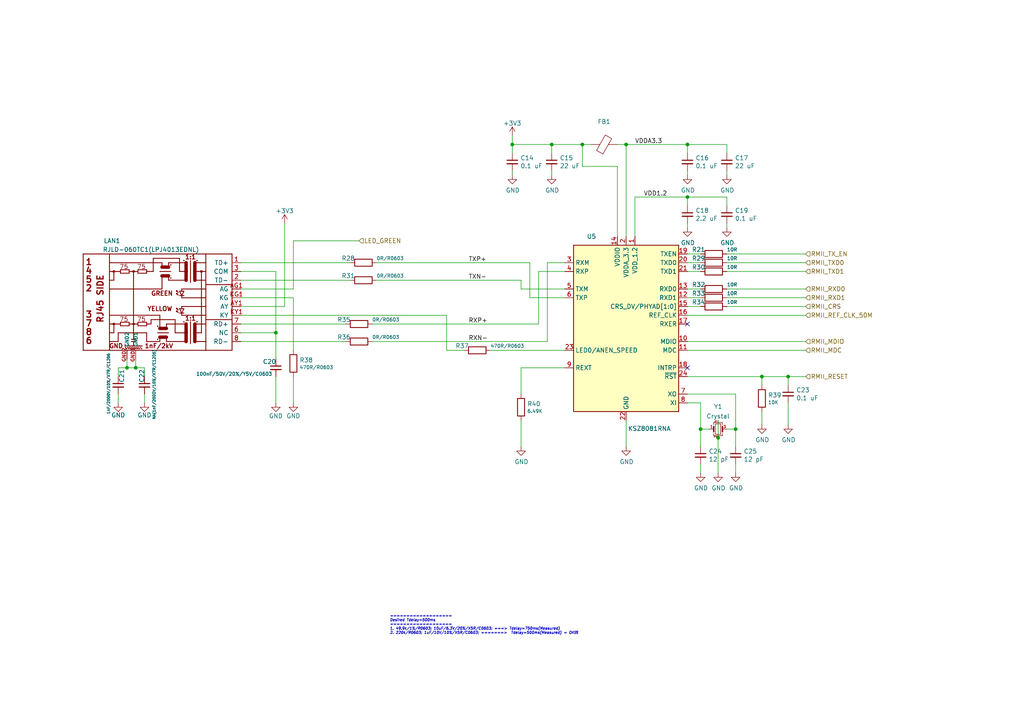
<source format=kicad_sch>
(kicad_sch (version 20211123) (generator eeschema)

  (uuid c0c01804-3066-48b5-a18c-249e7f68a08a)

  (paper "A4")

  (lib_symbols
    (symbol "Device:C_Small" (pin_numbers hide) (pin_names (offset 0.254) hide) (in_bom yes) (on_board yes)
      (property "Reference" "C" (id 0) (at 0.254 1.778 0)
        (effects (font (size 1.27 1.27)) (justify left))
      )
      (property "Value" "C_Small" (id 1) (at 0.254 -2.032 0)
        (effects (font (size 1.27 1.27)) (justify left))
      )
      (property "Footprint" "" (id 2) (at 0 0 0)
        (effects (font (size 1.27 1.27)) hide)
      )
      (property "Datasheet" "~" (id 3) (at 0 0 0)
        (effects (font (size 1.27 1.27)) hide)
      )
      (property "ki_keywords" "capacitor cap" (id 4) (at 0 0 0)
        (effects (font (size 1.27 1.27)) hide)
      )
      (property "ki_description" "Unpolarized capacitor, small symbol" (id 5) (at 0 0 0)
        (effects (font (size 1.27 1.27)) hide)
      )
      (property "ki_fp_filters" "C_*" (id 6) (at 0 0 0)
        (effects (font (size 1.27 1.27)) hide)
      )
      (symbol "C_Small_0_1"
        (polyline
          (pts
            (xy -1.524 -0.508)
            (xy 1.524 -0.508)
          )
          (stroke (width 0.3302) (type default) (color 0 0 0 0))
          (fill (type none))
        )
        (polyline
          (pts
            (xy -1.524 0.508)
            (xy 1.524 0.508)
          )
          (stroke (width 0.3048) (type default) (color 0 0 0 0))
          (fill (type none))
        )
      )
      (symbol "C_Small_1_1"
        (pin passive line (at 0 2.54 270) (length 2.032)
          (name "~" (effects (font (size 1.27 1.27))))
          (number "1" (effects (font (size 1.27 1.27))))
        )
        (pin passive line (at 0 -2.54 90) (length 2.032)
          (name "~" (effects (font (size 1.27 1.27))))
          (number "2" (effects (font (size 1.27 1.27))))
        )
      )
    )
    (symbol "Device:Crystal_GND24_Small" (pin_names (offset 1.016) hide) (in_bom yes) (on_board yes)
      (property "Reference" "Y" (id 0) (at 1.27 4.445 0)
        (effects (font (size 1.27 1.27)) (justify left))
      )
      (property "Value" "Crystal_GND24_Small" (id 1) (at 1.27 2.54 0)
        (effects (font (size 1.27 1.27)) (justify left))
      )
      (property "Footprint" "" (id 2) (at 0 0 0)
        (effects (font (size 1.27 1.27)) hide)
      )
      (property "Datasheet" "~" (id 3) (at 0 0 0)
        (effects (font (size 1.27 1.27)) hide)
      )
      (property "ki_keywords" "quartz ceramic resonator oscillator" (id 4) (at 0 0 0)
        (effects (font (size 1.27 1.27)) hide)
      )
      (property "ki_description" "Four pin crystal, GND on pins 2 and 4, small symbol" (id 5) (at 0 0 0)
        (effects (font (size 1.27 1.27)) hide)
      )
      (property "ki_fp_filters" "Crystal*" (id 6) (at 0 0 0)
        (effects (font (size 1.27 1.27)) hide)
      )
      (symbol "Crystal_GND24_Small_0_1"
        (rectangle (start -0.762 -1.524) (end 0.762 1.524)
          (stroke (width 0) (type default) (color 0 0 0 0))
          (fill (type none))
        )
        (polyline
          (pts
            (xy -1.27 -0.762)
            (xy -1.27 0.762)
          )
          (stroke (width 0.381) (type default) (color 0 0 0 0))
          (fill (type none))
        )
        (polyline
          (pts
            (xy 1.27 -0.762)
            (xy 1.27 0.762)
          )
          (stroke (width 0.381) (type default) (color 0 0 0 0))
          (fill (type none))
        )
        (polyline
          (pts
            (xy -1.27 -1.27)
            (xy -1.27 -1.905)
            (xy 1.27 -1.905)
            (xy 1.27 -1.27)
          )
          (stroke (width 0) (type default) (color 0 0 0 0))
          (fill (type none))
        )
        (polyline
          (pts
            (xy -1.27 1.27)
            (xy -1.27 1.905)
            (xy 1.27 1.905)
            (xy 1.27 1.27)
          )
          (stroke (width 0) (type default) (color 0 0 0 0))
          (fill (type none))
        )
      )
      (symbol "Crystal_GND24_Small_1_1"
        (pin passive line (at -2.54 0 0) (length 1.27)
          (name "1" (effects (font (size 1.27 1.27))))
          (number "1" (effects (font (size 0.762 0.762))))
        )
        (pin passive line (at 0 -2.54 90) (length 0.635)
          (name "2" (effects (font (size 1.27 1.27))))
          (number "2" (effects (font (size 0.762 0.762))))
        )
        (pin passive line (at 2.54 0 180) (length 1.27)
          (name "3" (effects (font (size 1.27 1.27))))
          (number "3" (effects (font (size 0.762 0.762))))
        )
        (pin passive line (at 0 2.54 270) (length 0.635)
          (name "4" (effects (font (size 1.27 1.27))))
          (number "4" (effects (font (size 0.762 0.762))))
        )
      )
    )
    (symbol "Device:FerriteBead" (pin_numbers hide) (pin_names (offset 0)) (in_bom yes) (on_board yes)
      (property "Reference" "FB" (id 0) (at -3.81 0.635 90)
        (effects (font (size 1.27 1.27)))
      )
      (property "Value" "FerriteBead" (id 1) (at 3.81 0 90)
        (effects (font (size 1.27 1.27)))
      )
      (property "Footprint" "" (id 2) (at -1.778 0 90)
        (effects (font (size 1.27 1.27)) hide)
      )
      (property "Datasheet" "~" (id 3) (at 0 0 0)
        (effects (font (size 1.27 1.27)) hide)
      )
      (property "ki_keywords" "L ferrite bead inductor filter" (id 4) (at 0 0 0)
        (effects (font (size 1.27 1.27)) hide)
      )
      (property "ki_description" "Ferrite bead" (id 5) (at 0 0 0)
        (effects (font (size 1.27 1.27)) hide)
      )
      (property "ki_fp_filters" "Inductor_* L_* *Ferrite*" (id 6) (at 0 0 0)
        (effects (font (size 1.27 1.27)) hide)
      )
      (symbol "FerriteBead_0_1"
        (polyline
          (pts
            (xy 0 -1.27)
            (xy 0 -1.2192)
          )
          (stroke (width 0) (type default) (color 0 0 0 0))
          (fill (type none))
        )
        (polyline
          (pts
            (xy 0 1.27)
            (xy 0 1.2954)
          )
          (stroke (width 0) (type default) (color 0 0 0 0))
          (fill (type none))
        )
        (polyline
          (pts
            (xy -2.7686 0.4064)
            (xy -1.7018 2.2606)
            (xy 2.7686 -0.3048)
            (xy 1.6764 -2.159)
            (xy -2.7686 0.4064)
          )
          (stroke (width 0) (type default) (color 0 0 0 0))
          (fill (type none))
        )
      )
      (symbol "FerriteBead_1_1"
        (pin passive line (at 0 3.81 270) (length 2.54)
          (name "~" (effects (font (size 1.27 1.27))))
          (number "1" (effects (font (size 1.27 1.27))))
        )
        (pin passive line (at 0 -3.81 90) (length 2.54)
          (name "~" (effects (font (size 1.27 1.27))))
          (number "2" (effects (font (size 1.27 1.27))))
        )
      )
    )
    (symbol "ESP32-EVB_Rev_K:C" (pin_numbers hide) (pin_names (offset 0.254) hide) (in_bom yes) (on_board yes)
      (property "Reference" "C" (id 0) (at 0.254 1.778 0)
        (effects (font (size 1.27 1.27)) (justify left))
      )
      (property "Value" "C" (id 1) (at 0.254 -2.032 0)
        (effects (font (size 1.27 1.27)) (justify left))
      )
      (property "Footprint" "" (id 2) (at 0 0 0)
        (effects (font (size 1.524 1.524)))
      )
      (property "Datasheet" "" (id 3) (at 0 0 0)
        (effects (font (size 1.524 1.524)))
      )
      (property "ki_fp_filters" "C? C_????_* C_???? SMD*_c Capacitor*" (id 4) (at 0 0 0)
        (effects (font (size 1.27 1.27)) hide)
      )
      (symbol "C_0_1"
        (polyline
          (pts
            (xy -1.524 -0.508)
            (xy 1.524 -0.508)
          )
          (stroke (width 0.3302) (type default) (color 0 0 0 0))
          (fill (type none))
        )
        (polyline
          (pts
            (xy -1.524 0.508)
            (xy 1.524 0.508)
          )
          (stroke (width 0.3048) (type default) (color 0 0 0 0))
          (fill (type none))
        )
      )
      (symbol "C_1_1"
        (pin passive line (at 0 2.54 270) (length 1.905)
          (name "~" (effects (font (size 1.016 1.016))))
          (number "1" (effects (font (size 1.016 1.016))))
        )
        (pin passive line (at 0 -2.54 90) (length 2.032)
          (name "~" (effects (font (size 1.016 1.016))))
          (number "2" (effects (font (size 1.016 1.016))))
        )
      )
    )
    (symbol "ESP32-EVB_Rev_K:GND" (power) (pin_names (offset 0)) (in_bom yes) (on_board yes)
      (property "Reference" "#PWR" (id 0) (at 0 -6.35 0)
        (effects (font (size 1.27 1.27)) hide)
      )
      (property "Value" "GND" (id 1) (at 0 -3.81 0)
        (effects (font (size 1.27 1.27)))
      )
      (property "Footprint" "" (id 2) (at 0 0 0)
        (effects (font (size 1.524 1.524)))
      )
      (property "Datasheet" "" (id 3) (at 0 0 0)
        (effects (font (size 1.524 1.524)))
      )
      (symbol "GND_0_1"
        (polyline
          (pts
            (xy 0 0)
            (xy 0 -1.27)
            (xy 1.27 -1.27)
            (xy 0 -2.54)
            (xy -1.27 -1.27)
            (xy 0 -1.27)
          )
          (stroke (width 0) (type default) (color 0 0 0 0))
          (fill (type none))
        )
      )
      (symbol "GND_1_1"
        (pin power_in line (at 0 0 270) (length 0) hide
          (name "GND" (effects (font (size 1.27 1.27))))
          (number "1" (effects (font (size 1.27 1.27))))
        )
      )
    )
    (symbol "ESP32-EVB_Rev_K:R" (pin_numbers hide) (pin_names (offset 0)) (in_bom yes) (on_board yes)
      (property "Reference" "R" (id 0) (at 0 2.032 0)
        (effects (font (size 1.27 1.27)))
      )
      (property "Value" "R" (id 1) (at 0 0 0)
        (effects (font (size 1.27 1.27)))
      )
      (property "Footprint" "" (id 2) (at 0 -1.778 0)
        (effects (font (size 0.762 0.762)))
      )
      (property "Datasheet" "" (id 3) (at 0 0 90)
        (effects (font (size 0.762 0.762)))
      )
      (property "ki_fp_filters" "R_* Resistor_*" (id 4) (at 0 0 0)
        (effects (font (size 1.27 1.27)) hide)
      )
      (symbol "R_0_1"
        (rectangle (start 2.54 -1.016) (end -2.54 1.016)
          (stroke (width 0.254) (type default) (color 0 0 0 0))
          (fill (type none))
        )
      )
      (symbol "R_1_1"
        (pin passive line (at -3.81 0 0) (length 1.27)
          (name "~" (effects (font (size 1.524 1.524))))
          (number "1" (effects (font (size 1.524 1.524))))
        )
        (pin passive line (at 3.81 0 180) (length 1.27)
          (name "~" (effects (font (size 1.524 1.524))))
          (number "2" (effects (font (size 1.524 1.524))))
        )
      )
    )
    (symbol "ESP32-EVB_Rev_K:RJLBC-060TC1_GND" (pin_names (offset 1.016)) (in_bom yes) (on_board yes)
      (property "Reference" "CON" (id 0) (at -22.606 16.002 0)
        (effects (font (size 1.27 1.27)) (justify left bottom))
      )
      (property "Value" "RJLBC-060TC1_GND" (id 1) (at -22.86 -15.24 0)
        (effects (font (size 1.27 1.27)) (justify left bottom))
      )
      (property "Footprint" "" (id 2) (at 0.762 3.81 0)
        (effects (font (size 0.508 0.508)) hide)
      )
      (property "Datasheet" "" (id 3) (at 0 0 0)
        (effects (font (size 0.9906 0.9906)) hide)
      )
      (property "ki_locked" "" (id 4) (at 0 0 0)
        (effects (font (size 1.27 1.27)))
      )
      (property "ki_fp_filters" "*RJLBC-060TC1* *RJLBC-060TC1_MILLING*" (id 5) (at 0 0 0)
        (effects (font (size 1.27 1.27)) hide)
      )
      (symbol "RJLBC-060TC1_GND_1_0"
        (polyline
          (pts
            (xy -22.86 -12.7)
            (xy -15.24 -12.7)
          )
          (stroke (width 0.254) (type default) (color 0 0 0 0))
          (fill (type none))
        )
        (polyline
          (pts
            (xy -22.86 -3.81)
            (xy -22.86 -12.7)
          )
          (stroke (width 0.254) (type default) (color 0 0 0 0))
          (fill (type none))
        )
        (polyline
          (pts
            (xy -22.86 -3.81)
            (xy -15.24 -3.81)
          )
          (stroke (width 0.254) (type default) (color 0 0 0 0))
          (fill (type none))
        )
        (polyline
          (pts
            (xy -22.86 6.35)
            (xy -22.86 -3.81)
          )
          (stroke (width 0.254) (type default) (color 0 0 0 0))
          (fill (type none))
        )
        (polyline
          (pts
            (xy -22.86 6.35)
            (xy -15.24 6.35)
          )
          (stroke (width 0.254) (type default) (color 0 0 0 0))
          (fill (type none))
        )
        (polyline
          (pts
            (xy -22.86 15.24)
            (xy -22.86 6.35)
          )
          (stroke (width 0.254) (type default) (color 0 0 0 0))
          (fill (type none))
        )
        (polyline
          (pts
            (xy -22.86 15.24)
            (xy -15.24 15.24)
          )
          (stroke (width 0.254) (type default) (color 0 0 0 0))
          (fill (type none))
        )
        (polyline
          (pts
            (xy -15.24 -12.7)
            (xy 12.7 -12.7)
          )
          (stroke (width 0.254) (type default) (color 0 0 0 0))
          (fill (type none))
        )
        (polyline
          (pts
            (xy -15.24 -10.16)
            (xy -15.24 -12.7)
          )
          (stroke (width 0.254) (type default) (color 0 0 0 0))
          (fill (type none))
        )
        (polyline
          (pts
            (xy -15.24 -10.16)
            (xy -12.065 -10.16)
          )
          (stroke (width 0.254) (type default) (color 0 0 0 0))
          (fill (type none))
        )
        (polyline
          (pts
            (xy -15.24 -5.08)
            (xy -15.24 -10.16)
          )
          (stroke (width 0.254) (type default) (color 0 0 0 0))
          (fill (type none))
        )
        (polyline
          (pts
            (xy -15.24 -3.81)
            (xy -15.24 -5.08)
          )
          (stroke (width 0.254) (type default) (color 0 0 0 0))
          (fill (type none))
        )
        (polyline
          (pts
            (xy -15.24 -2.54)
            (xy -15.24 -3.81)
          )
          (stroke (width 0.254) (type default) (color 0 0 0 0))
          (fill (type none))
        )
        (polyline
          (pts
            (xy -15.24 0)
            (xy -15.24 -2.54)
          )
          (stroke (width 0.254) (type default) (color 0 0 0 0))
          (fill (type none))
        )
        (polyline
          (pts
            (xy -15.24 2.54)
            (xy -15.24 0)
          )
          (stroke (width 0.254) (type default) (color 0 0 0 0))
          (fill (type none))
        )
        (polyline
          (pts
            (xy -15.24 5.08)
            (xy -15.24 2.54)
          )
          (stroke (width 0.254) (type default) (color 0 0 0 0))
          (fill (type none))
        )
        (polyline
          (pts
            (xy -15.24 6.35)
            (xy -15.24 5.08)
          )
          (stroke (width 0.254) (type default) (color 0 0 0 0))
          (fill (type none))
        )
        (polyline
          (pts
            (xy -15.24 10.16)
            (xy -15.24 6.35)
          )
          (stroke (width 0.254) (type default) (color 0 0 0 0))
          (fill (type none))
        )
        (polyline
          (pts
            (xy -15.24 15.24)
            (xy -15.24 10.16)
          )
          (stroke (width 0.254) (type default) (color 0 0 0 0))
          (fill (type none))
        )
        (polyline
          (pts
            (xy -15.24 15.24)
            (xy 12.7 15.24)
          )
          (stroke (width 0.254) (type default) (color 0 0 0 0))
          (fill (type none))
        )
        (polyline
          (pts
            (xy -13.97 -7.62)
            (xy -12.065 -7.62)
          )
          (stroke (width 0.254) (type default) (color 0 0 0 0))
          (fill (type none))
        )
        (polyline
          (pts
            (xy -13.97 10.16)
            (xy -15.24 10.16)
          )
          (stroke (width 0.254) (type default) (color 0 0 0 0))
          (fill (type none))
        )
        (polyline
          (pts
            (xy -13.97 10.16)
            (xy -13.97 -7.62)
          )
          (stroke (width 0.254) (type default) (color 0 0 0 0))
          (fill (type none))
        )
        (polyline
          (pts
            (xy -12.065 -7.62)
            (xy -12.065 -10.16)
          )
          (stroke (width 0.9906) (type default) (color 0 0 0 0))
          (fill (type none))
        )
        (polyline
          (pts
            (xy -12.065 -5.08)
            (xy -15.24 -5.08)
          )
          (stroke (width 0.254) (type default) (color 0 0 0 0))
          (fill (type none))
        )
        (polyline
          (pts
            (xy -12.065 -5.08)
            (xy -12.065 -7.62)
          )
          (stroke (width 0.9906) (type default) (color 0 0 0 0))
          (fill (type none))
        )
        (polyline
          (pts
            (xy -12.065 7.62)
            (xy -15.24 7.62)
          )
          (stroke (width 0.254) (type default) (color 0 0 0 0))
          (fill (type none))
        )
        (polyline
          (pts
            (xy -12.065 10.16)
            (xy -13.97 10.16)
          )
          (stroke (width 0.254) (type default) (color 0 0 0 0))
          (fill (type none))
        )
        (polyline
          (pts
            (xy -12.065 10.16)
            (xy -12.065 7.62)
          )
          (stroke (width 0.9906) (type default) (color 0 0 0 0))
          (fill (type none))
        )
        (polyline
          (pts
            (xy -12.065 12.7)
            (xy -15.24 12.7)
          )
          (stroke (width 0.254) (type default) (color 0 0 0 0))
          (fill (type none))
        )
        (polyline
          (pts
            (xy -12.065 12.7)
            (xy -12.065 10.16)
          )
          (stroke (width 0.9906) (type default) (color 0 0 0 0))
          (fill (type none))
        )
        (polyline
          (pts
            (xy -10.795 -4.445)
            (xy -10.795 -10.795)
          )
          (stroke (width 0.254) (type default) (color 0 0 0 0))
          (fill (type none))
        )
        (polyline
          (pts
            (xy -10.795 13.335)
            (xy -10.795 6.985)
          )
          (stroke (width 0.254) (type default) (color 0 0 0 0))
          (fill (type none))
        )
        (polyline
          (pts
            (xy -9.525 -7.62)
            (xy -9.525 -10.16)
          )
          (stroke (width 0.9906) (type default) (color 0 0 0 0))
          (fill (type none))
        )
        (polyline
          (pts
            (xy -9.525 -7.62)
            (xy -6.35 -7.62)
          )
          (stroke (width 0.254) (type default) (color 0 0 0 0))
          (fill (type none))
        )
        (polyline
          (pts
            (xy -9.525 -5.08)
            (xy -9.525 -7.62)
          )
          (stroke (width 0.9906) (type default) (color 0 0 0 0))
          (fill (type none))
        )
        (polyline
          (pts
            (xy -9.525 -5.08)
            (xy -3.81 -5.08)
          )
          (stroke (width 0.254) (type default) (color 0 0 0 0))
          (fill (type none))
        )
        (polyline
          (pts
            (xy -9.525 10.16)
            (xy -9.525 7.62)
          )
          (stroke (width 0.9906) (type default) (color 0 0 0 0))
          (fill (type none))
        )
        (polyline
          (pts
            (xy -9.525 10.16)
            (xy -7.62 10.16)
          )
          (stroke (width 0.254) (type default) (color 0 0 0 0))
          (fill (type none))
        )
        (polyline
          (pts
            (xy -9.525 12.7)
            (xy -9.525 10.16)
          )
          (stroke (width 0.9906) (type default) (color 0 0 0 0))
          (fill (type none))
        )
        (polyline
          (pts
            (xy -9.525 12.7)
            (xy -4.445 12.7)
          )
          (stroke (width 0.254) (type default) (color 0 0 0 0))
          (fill (type none))
        )
        (polyline
          (pts
            (xy -8.89 -1.905)
            (xy -8.255 -1.905)
          )
          (stroke (width 0.254) (type default) (color 0 0 0 0))
          (fill (type none))
        )
        (polyline
          (pts
            (xy -8.89 -0.635)
            (xy -8.255 -0.635)
          )
          (stroke (width 0.254) (type default) (color 0 0 0 0))
          (fill (type none))
        )
        (polyline
          (pts
            (xy -8.89 3.175)
            (xy -8.255 3.175)
          )
          (stroke (width 0.254) (type default) (color 0 0 0 0))
          (fill (type none))
        )
        (polyline
          (pts
            (xy -8.89 4.445)
            (xy -8.255 4.445)
          )
          (stroke (width 0.254) (type default) (color 0 0 0 0))
          (fill (type none))
        )
        (polyline
          (pts
            (xy -8.255 -2.54)
            (xy -15.24 -2.54)
          )
          (stroke (width 0.254) (type default) (color 0 0 0 0))
          (fill (type none))
        )
        (polyline
          (pts
            (xy -8.255 -1.905)
            (xy -8.89 -0.635)
          )
          (stroke (width 0.254) (type default) (color 0 0 0 0))
          (fill (type none))
        )
        (polyline
          (pts
            (xy -8.255 -1.905)
            (xy -8.255 -2.54)
          )
          (stroke (width 0.254) (type default) (color 0 0 0 0))
          (fill (type none))
        )
        (polyline
          (pts
            (xy -8.255 -1.905)
            (xy -7.62 -1.905)
          )
          (stroke (width 0.254) (type default) (color 0 0 0 0))
          (fill (type none))
        )
        (polyline
          (pts
            (xy -8.255 -0.635)
            (xy -8.255 0)
          )
          (stroke (width 0.254) (type default) (color 0 0 0 0))
          (fill (type none))
        )
        (polyline
          (pts
            (xy -8.255 -0.635)
            (xy -7.62 -0.635)
          )
          (stroke (width 0.254) (type default) (color 0 0 0 0))
          (fill (type none))
        )
        (polyline
          (pts
            (xy -8.255 0)
            (xy -15.24 0)
          )
          (stroke (width 0.254) (type default) (color 0 0 0 0))
          (fill (type none))
        )
        (polyline
          (pts
            (xy -8.255 2.54)
            (xy -15.24 2.54)
          )
          (stroke (width 0.254) (type default) (color 0 0 0 0))
          (fill (type none))
        )
        (polyline
          (pts
            (xy -8.255 3.175)
            (xy -8.89 4.445)
          )
          (stroke (width 0.254) (type default) (color 0 0 0 0))
          (fill (type none))
        )
        (polyline
          (pts
            (xy -8.255 3.175)
            (xy -8.255 2.54)
          )
          (stroke (width 0.254) (type default) (color 0 0 0 0))
          (fill (type none))
        )
        (polyline
          (pts
            (xy -8.255 3.175)
            (xy -7.62 3.175)
          )
          (stroke (width 0.254) (type default) (color 0 0 0 0))
          (fill (type none))
        )
        (polyline
          (pts
            (xy -8.255 4.445)
            (xy -8.255 5.08)
          )
          (stroke (width 0.254) (type default) (color 0 0 0 0))
          (fill (type none))
        )
        (polyline
          (pts
            (xy -8.255 4.445)
            (xy -7.62 4.445)
          )
          (stroke (width 0.254) (type default) (color 0 0 0 0))
          (fill (type none))
        )
        (polyline
          (pts
            (xy -8.255 5.08)
            (xy -15.24 5.08)
          )
          (stroke (width 0.254) (type default) (color 0 0 0 0))
          (fill (type none))
        )
        (polyline
          (pts
            (xy -7.62 -0.635)
            (xy -8.255 -1.905)
          )
          (stroke (width 0.254) (type default) (color 0 0 0 0))
          (fill (type none))
        )
        (polyline
          (pts
            (xy -7.62 4.445)
            (xy -8.255 3.175)
          )
          (stroke (width 0.254) (type default) (color 0 0 0 0))
          (fill (type none))
        )
        (polyline
          (pts
            (xy -7.62 10.16)
            (xy -7.62 13.97)
          )
          (stroke (width 0.254) (type default) (color 0 0 0 0))
          (fill (type none))
        )
        (polyline
          (pts
            (xy -7.62 13.97)
            (xy 0 13.97)
          )
          (stroke (width 0.254) (type default) (color 0 0 0 0))
          (fill (type none))
        )
        (polyline
          (pts
            (xy -7.239 -1.778)
            (xy -6.731 -1.27)
          )
          (stroke (width 0.254) (type default) (color 0 0 0 0))
          (fill (type none))
        )
        (polyline
          (pts
            (xy -7.239 -1.016)
            (xy -6.731 -0.508)
          )
          (stroke (width 0.254) (type default) (color 0 0 0 0))
          (fill (type none))
        )
        (polyline
          (pts
            (xy -7.239 3.302)
            (xy -6.731 3.81)
          )
          (stroke (width 0.254) (type default) (color 0 0 0 0))
          (fill (type none))
        )
        (polyline
          (pts
            (xy -7.239 4.064)
            (xy -6.731 4.572)
          )
          (stroke (width 0.254) (type default) (color 0 0 0 0))
          (fill (type none))
        )
        (polyline
          (pts
            (xy -6.731 -1.27)
            (xy -6.985 -1.27)
          )
          (stroke (width 0.254) (type default) (color 0 0 0 0))
          (fill (type none))
        )
        (polyline
          (pts
            (xy -6.731 -1.27)
            (xy -6.731 -1.524)
          )
          (stroke (width 0.254) (type default) (color 0 0 0 0))
          (fill (type none))
        )
        (polyline
          (pts
            (xy -6.731 -0.508)
            (xy -6.985 -0.508)
          )
          (stroke (width 0.254) (type default) (color 0 0 0 0))
          (fill (type none))
        )
        (polyline
          (pts
            (xy -6.731 -0.508)
            (xy -6.731 -0.762)
          )
          (stroke (width 0.254) (type default) (color 0 0 0 0))
          (fill (type none))
        )
        (polyline
          (pts
            (xy -6.731 3.81)
            (xy -6.985 3.81)
          )
          (stroke (width 0.254) (type default) (color 0 0 0 0))
          (fill (type none))
        )
        (polyline
          (pts
            (xy -6.731 3.81)
            (xy -6.731 3.556)
          )
          (stroke (width 0.254) (type default) (color 0 0 0 0))
          (fill (type none))
        )
        (polyline
          (pts
            (xy -6.731 4.572)
            (xy -6.985 4.572)
          )
          (stroke (width 0.254) (type default) (color 0 0 0 0))
          (fill (type none))
        )
        (polyline
          (pts
            (xy -6.731 4.572)
            (xy -6.731 4.318)
          )
          (stroke (width 0.254) (type default) (color 0 0 0 0))
          (fill (type none))
        )
        (polyline
          (pts
            (xy -6.35 -7.62)
            (xy -6.35 -3.81)
          )
          (stroke (width 0.254) (type default) (color 0 0 0 0))
          (fill (type none))
        )
        (polyline
          (pts
            (xy -6.35 -3.81)
            (xy 0.635 -3.81)
          )
          (stroke (width 0.254) (type default) (color 0 0 0 0))
          (fill (type none))
        )
        (polyline
          (pts
            (xy -5.08 10.16)
            (xy -1.905 10.16)
          )
          (stroke (width 0.254) (type default) (color 0 0 0 0))
          (fill (type none))
        )
        (polyline
          (pts
            (xy -4.445 -7.62)
            (xy -1.27 -7.62)
          )
          (stroke (width 0.254) (type default) (color 0 0 0 0))
          (fill (type none))
        )
        (polyline
          (pts
            (xy -4.445 7.62)
            (xy -9.525 7.62)
          )
          (stroke (width 0.254) (type default) (color 0 0 0 0))
          (fill (type none))
        )
        (polyline
          (pts
            (xy -4.445 8.89)
            (xy -4.445 7.62)
          )
          (stroke (width 0.254) (type default) (color 0 0 0 0))
          (fill (type none))
        )
        (polyline
          (pts
            (xy -4.445 8.89)
            (xy -2.54 8.89)
          )
          (stroke (width 0.9906) (type default) (color 0 0 0 0))
          (fill (type none))
        )
        (polyline
          (pts
            (xy -4.445 11.43)
            (xy -4.445 12.7)
          )
          (stroke (width 0.254) (type default) (color 0 0 0 0))
          (fill (type none))
        )
        (polyline
          (pts
            (xy -4.445 11.43)
            (xy -2.54 11.43)
          )
          (stroke (width 0.9906) (type default) (color 0 0 0 0))
          (fill (type none))
        )
        (polyline
          (pts
            (xy -3.81 -10.16)
            (xy -9.525 -10.16)
          )
          (stroke (width 0.254) (type default) (color 0 0 0 0))
          (fill (type none))
        )
        (polyline
          (pts
            (xy -3.81 -10.16)
            (xy -3.81 -8.89)
          )
          (stroke (width 0.254) (type default) (color 0 0 0 0))
          (fill (type none))
        )
        (polyline
          (pts
            (xy -3.81 -8.89)
            (xy -1.905 -8.89)
          )
          (stroke (width 0.9906) (type default) (color 0 0 0 0))
          (fill (type none))
        )
        (polyline
          (pts
            (xy -3.81 -6.35)
            (xy -3.81 -5.08)
          )
          (stroke (width 0.254) (type default) (color 0 0 0 0))
          (fill (type none))
        )
        (polyline
          (pts
            (xy -3.81 -6.35)
            (xy -1.905 -6.35)
          )
          (stroke (width 0.9906) (type default) (color 0 0 0 0))
          (fill (type none))
        )
        (polyline
          (pts
            (xy -2.54 5.08)
            (xy 12.7 5.08)
          )
          (stroke (width 0.254) (type default) (color 0 0 0 0))
          (fill (type none))
        )
        (polyline
          (pts
            (xy -2.54 8.89)
            (xy -2.54 5.08)
          )
          (stroke (width 0.254) (type default) (color 0 0 0 0))
          (fill (type none))
        )
        (polyline
          (pts
            (xy -2.54 11.43)
            (xy -2.54 12.7)
          )
          (stroke (width 0.254) (type default) (color 0 0 0 0))
          (fill (type none))
        )
        (polyline
          (pts
            (xy -2.54 12.7)
            (xy 12.7 12.7)
          )
          (stroke (width 0.254) (type default) (color 0 0 0 0))
          (fill (type none))
        )
        (polyline
          (pts
            (xy -1.905 -8.89)
            (xy -1.905 -10.16)
          )
          (stroke (width 0.254) (type default) (color 0 0 0 0))
          (fill (type none))
        )
        (polyline
          (pts
            (xy -1.905 -6.35)
            (xy -1.905 -2.54)
          )
          (stroke (width 0.254) (type default) (color 0 0 0 0))
          (fill (type none))
        )
        (polyline
          (pts
            (xy -1.905 -2.54)
            (xy 12.7 -2.54)
          )
          (stroke (width 0.254) (type default) (color 0 0 0 0))
          (fill (type none))
        )
        (polyline
          (pts
            (xy 0 10.16)
            (xy 1.905 10.16)
          )
          (stroke (width 0.254) (type default) (color 0 0 0 0))
          (fill (type none))
        )
        (polyline
          (pts
            (xy 0 13.97)
            (xy 0 10.16)
          )
          (stroke (width 0.254) (type default) (color 0 0 0 0))
          (fill (type none))
        )
        (polyline
          (pts
            (xy 0.635 -5.08)
            (xy 1.905 -5.08)
          )
          (stroke (width 0.254) (type default) (color 0 0 0 0))
          (fill (type none))
        )
        (polyline
          (pts
            (xy 0.635 -3.81)
            (xy 0.635 -5.08)
          )
          (stroke (width 0.254) (type default) (color 0 0 0 0))
          (fill (type none))
        )
        (polyline
          (pts
            (xy 1.905 -10.16)
            (xy -1.905 -10.16)
          )
          (stroke (width 0.254) (type default) (color 0 0 0 0))
          (fill (type none))
        )
        (polyline
          (pts
            (xy 1.905 -7.62)
            (xy 1.905 -10.16)
          )
          (stroke (width 0.254) (type default) (color 0 0 0 0))
          (fill (type none))
        )
        (polyline
          (pts
            (xy 1.905 -5.588)
            (xy 4.445 -5.588)
          )
          (stroke (width 0.254) (type default) (color 0 0 0 0))
          (fill (type none))
        )
        (polyline
          (pts
            (xy 1.905 -5.08)
            (xy 1.905 -5.588)
          )
          (stroke (width 0.254) (type default) (color 0 0 0 0))
          (fill (type none))
        )
        (polyline
          (pts
            (xy 1.905 -4.572)
            (xy 1.905 -5.08)
          )
          (stroke (width 0.254) (type default) (color 0 0 0 0))
          (fill (type none))
        )
        (polyline
          (pts
            (xy 1.905 9.652)
            (xy 4.445 9.652)
          )
          (stroke (width 0.254) (type default) (color 0 0 0 0))
          (fill (type none))
        )
        (polyline
          (pts
            (xy 1.905 10.16)
            (xy 1.905 9.652)
          )
          (stroke (width 0.254) (type default) (color 0 0 0 0))
          (fill (type none))
        )
        (polyline
          (pts
            (xy 1.905 10.668)
            (xy 1.905 10.16)
          )
          (stroke (width 0.254) (type default) (color 0 0 0 0))
          (fill (type none))
        )
        (polyline
          (pts
            (xy 3.175 -11.43)
            (xy 8.255 -11.43)
          )
          (stroke (width 0.254) (type default) (color 0 0 0 0))
          (fill (type none))
        )
        (polyline
          (pts
            (xy 3.302 -12.319)
            (xy 3.81 -11.811)
          )
          (stroke (width 0.254) (type default) (color 0 0 0 0))
          (fill (type none))
        )
        (polyline
          (pts
            (xy 3.937 -12.319)
            (xy 4.445 -11.811)
          )
          (stroke (width 0.254) (type default) (color 0 0 0 0))
          (fill (type none))
        )
        (polyline
          (pts
            (xy 4.445 -12.319)
            (xy 4.953 -11.811)
          )
          (stroke (width 0.254) (type default) (color 0 0 0 0))
          (fill (type none))
        )
        (polyline
          (pts
            (xy 4.445 -5.588)
            (xy 4.445 -4.572)
          )
          (stroke (width 0.254) (type default) (color 0 0 0 0))
          (fill (type none))
        )
        (polyline
          (pts
            (xy 4.445 -5.08)
            (xy 5.715 -5.08)
          )
          (stroke (width 0.254) (type default) (color 0 0 0 0))
          (fill (type none))
        )
        (polyline
          (pts
            (xy 4.445 -4.572)
            (xy 1.905 -4.572)
          )
          (stroke (width 0.254) (type default) (color 0 0 0 0))
          (fill (type none))
        )
        (polyline
          (pts
            (xy 4.445 9.652)
            (xy 4.445 10.668)
          )
          (stroke (width 0.254) (type default) (color 0 0 0 0))
          (fill (type none))
        )
        (polyline
          (pts
            (xy 4.445 10.16)
            (xy 5.715 10.16)
          )
          (stroke (width 0.254) (type default) (color 0 0 0 0))
          (fill (type none))
        )
        (polyline
          (pts
            (xy 4.445 10.668)
            (xy 1.905 10.668)
          )
          (stroke (width 0.254) (type default) (color 0 0 0 0))
          (fill (type none))
        )
        (polyline
          (pts
            (xy 4.953 -12.319)
            (xy 5.461 -11.811)
          )
          (stroke (width 0.254) (type default) (color 0 0 0 0))
          (fill (type none))
        )
        (polyline
          (pts
            (xy 5.08 -10.16)
            (xy 5.715 -10.16)
          )
          (stroke (width 0.254) (type default) (color 0 0 0 0))
          (fill (type none))
        )
        (polyline
          (pts
            (xy 5.08 -9.525)
            (xy 6.35 -9.525)
          )
          (stroke (width 0.254) (type default) (color 0 0 0 0))
          (fill (type none))
        )
        (polyline
          (pts
            (xy 5.461 -12.319)
            (xy 5.969 -11.811)
          )
          (stroke (width 0.254) (type default) (color 0 0 0 0))
          (fill (type none))
        )
        (polyline
          (pts
            (xy 5.715 -10.16)
            (xy 5.715 -11.43)
          )
          (stroke (width 0.254) (type default) (color 0 0 0 0))
          (fill (type none))
        )
        (polyline
          (pts
            (xy 5.715 -10.16)
            (xy 6.35 -10.16)
          )
          (stroke (width 0.254) (type default) (color 0 0 0 0))
          (fill (type none))
        )
        (polyline
          (pts
            (xy 5.715 -5.08)
            (xy 5.715 -9.525)
          )
          (stroke (width 0.254) (type default) (color 0 0 0 0))
          (fill (type none))
        )
        (polyline
          (pts
            (xy 5.715 -5.08)
            (xy 6.985 -5.08)
          )
          (stroke (width 0.254) (type default) (color 0 0 0 0))
          (fill (type none))
        )
        (polyline
          (pts
            (xy 5.715 10.16)
            (xy 5.715 -5.08)
          )
          (stroke (width 0.254) (type default) (color 0 0 0 0))
          (fill (type none))
        )
        (polyline
          (pts
            (xy 5.715 10.16)
            (xy 6.985 10.16)
          )
          (stroke (width 0.254) (type default) (color 0 0 0 0))
          (fill (type none))
        )
        (polyline
          (pts
            (xy 5.969 -12.319)
            (xy 6.477 -11.811)
          )
          (stroke (width 0.254) (type default) (color 0 0 0 0))
          (fill (type none))
        )
        (polyline
          (pts
            (xy 6.477 -12.319)
            (xy 6.985 -11.811)
          )
          (stroke (width 0.254) (type default) (color 0 0 0 0))
          (fill (type none))
        )
        (polyline
          (pts
            (xy 6.985 -12.319)
            (xy 7.493 -11.811)
          )
          (stroke (width 0.254) (type default) (color 0 0 0 0))
          (fill (type none))
        )
        (polyline
          (pts
            (xy 6.985 -5.588)
            (xy 9.525 -5.588)
          )
          (stroke (width 0.254) (type default) (color 0 0 0 0))
          (fill (type none))
        )
        (polyline
          (pts
            (xy 6.985 -5.08)
            (xy 6.985 -5.588)
          )
          (stroke (width 0.254) (type default) (color 0 0 0 0))
          (fill (type none))
        )
        (polyline
          (pts
            (xy 6.985 -4.572)
            (xy 6.985 -5.08)
          )
          (stroke (width 0.254) (type default) (color 0 0 0 0))
          (fill (type none))
        )
        (polyline
          (pts
            (xy 6.985 9.652)
            (xy 9.525 9.652)
          )
          (stroke (width 0.254) (type default) (color 0 0 0 0))
          (fill (type none))
        )
        (polyline
          (pts
            (xy 6.985 10.16)
            (xy 6.985 9.652)
          )
          (stroke (width 0.254) (type default) (color 0 0 0 0))
          (fill (type none))
        )
        (polyline
          (pts
            (xy 6.985 10.668)
            (xy 6.985 10.16)
          )
          (stroke (width 0.254) (type default) (color 0 0 0 0))
          (fill (type none))
        )
        (polyline
          (pts
            (xy 7.62 -12.319)
            (xy 8.128 -11.811)
          )
          (stroke (width 0.254) (type default) (color 0 0 0 0))
          (fill (type none))
        )
        (polyline
          (pts
            (xy 9.525 -5.588)
            (xy 9.525 -5.08)
          )
          (stroke (width 0.254) (type default) (color 0 0 0 0))
          (fill (type none))
        )
        (polyline
          (pts
            (xy 9.525 -5.08)
            (xy 9.525 -4.572)
          )
          (stroke (width 0.254) (type default) (color 0 0 0 0))
          (fill (type none))
        )
        (polyline
          (pts
            (xy 9.525 -5.08)
            (xy 11.43 -5.08)
          )
          (stroke (width 0.254) (type default) (color 0 0 0 0))
          (fill (type none))
        )
        (polyline
          (pts
            (xy 9.525 -4.572)
            (xy 6.985 -4.572)
          )
          (stroke (width 0.254) (type default) (color 0 0 0 0))
          (fill (type none))
        )
        (polyline
          (pts
            (xy 9.525 9.652)
            (xy 9.525 10.16)
          )
          (stroke (width 0.254) (type default) (color 0 0 0 0))
          (fill (type none))
        )
        (polyline
          (pts
            (xy 9.525 10.16)
            (xy 9.525 10.668)
          )
          (stroke (width 0.254) (type default) (color 0 0 0 0))
          (fill (type none))
        )
        (polyline
          (pts
            (xy 9.525 10.16)
            (xy 11.43 10.16)
          )
          (stroke (width 0.254) (type default) (color 0 0 0 0))
          (fill (type none))
        )
        (polyline
          (pts
            (xy 9.525 10.668)
            (xy 6.985 10.668)
          )
          (stroke (width 0.254) (type default) (color 0 0 0 0))
          (fill (type none))
        )
        (polyline
          (pts
            (xy 10.16 -10.16)
            (xy 10.16 -7.62)
          )
          (stroke (width 0.254) (type default) (color 0 0 0 0))
          (fill (type none))
        )
        (polyline
          (pts
            (xy 10.16 -7.62)
            (xy 1.905 -7.62)
          )
          (stroke (width 0.254) (type default) (color 0 0 0 0))
          (fill (type none))
        )
        (polyline
          (pts
            (xy 11.43 -7.62)
            (xy 12.7 -7.62)
          )
          (stroke (width 0.254) (type default) (color 0 0 0 0))
          (fill (type none))
        )
        (polyline
          (pts
            (xy 11.43 -5.08)
            (xy 11.43 -7.62)
          )
          (stroke (width 0.254) (type default) (color 0 0 0 0))
          (fill (type none))
        )
        (polyline
          (pts
            (xy 11.43 -5.08)
            (xy 12.7 -5.08)
          )
          (stroke (width 0.254) (type default) (color 0 0 0 0))
          (fill (type none))
        )
        (polyline
          (pts
            (xy 11.43 7.62)
            (xy 12.7 7.62)
          )
          (stroke (width 0.254) (type default) (color 0 0 0 0))
          (fill (type none))
        )
        (polyline
          (pts
            (xy 11.43 10.16)
            (xy 11.43 7.62)
          )
          (stroke (width 0.254) (type default) (color 0 0 0 0))
          (fill (type none))
        )
        (polyline
          (pts
            (xy 11.43 10.16)
            (xy 12.7 10.16)
          )
          (stroke (width 0.254) (type default) (color 0 0 0 0))
          (fill (type none))
        )
        (polyline
          (pts
            (xy 12.7 -12.7)
            (xy 20.32 -12.7)
          )
          (stroke (width 0.254) (type default) (color 0 0 0 0))
          (fill (type none))
        )
        (polyline
          (pts
            (xy 12.7 -10.16)
            (xy 10.16 -10.16)
          )
          (stroke (width 0.254) (type default) (color 0 0 0 0))
          (fill (type none))
        )
        (polyline
          (pts
            (xy 12.7 -10.16)
            (xy 12.7 -12.7)
          )
          (stroke (width 0.254) (type default) (color 0 0 0 0))
          (fill (type none))
        )
        (polyline
          (pts
            (xy 12.7 -2.54)
            (xy 12.7 -10.16)
          )
          (stroke (width 0.254) (type default) (color 0 0 0 0))
          (fill (type none))
        )
        (polyline
          (pts
            (xy 12.7 5.08)
            (xy 12.7 -2.54)
          )
          (stroke (width 0.254) (type default) (color 0 0 0 0))
          (fill (type none))
        )
        (polyline
          (pts
            (xy 12.7 7.62)
            (xy 12.7 5.08)
          )
          (stroke (width 0.254) (type default) (color 0 0 0 0))
          (fill (type none))
        )
        (polyline
          (pts
            (xy 12.7 10.16)
            (xy 12.7 7.62)
          )
          (stroke (width 0.254) (type default) (color 0 0 0 0))
          (fill (type none))
        )
        (polyline
          (pts
            (xy 12.7 12.7)
            (xy 12.7 10.16)
          )
          (stroke (width 0.254) (type default) (color 0 0 0 0))
          (fill (type none))
        )
        (polyline
          (pts
            (xy 12.7 15.24)
            (xy 12.7 12.7)
          )
          (stroke (width 0.254) (type default) (color 0 0 0 0))
          (fill (type none))
        )
        (polyline
          (pts
            (xy 12.7 15.24)
            (xy 20.32 15.24)
          )
          (stroke (width 0.254) (type default) (color 0 0 0 0))
          (fill (type none))
        )
        (polyline
          (pts
            (xy 20.32 15.24)
            (xy 20.32 -12.7)
          )
          (stroke (width 0.254) (type default) (color 0 0 0 0))
          (fill (type none))
        )
        (text "1" (at 18.669 12.954 0)
          (effects (font (size 1.778 1.778) bold))
        )
        (text "1:1" (at -10.795 -3.429 0)
          (effects (font (size 1.27 1.27) bold))
        )
        (text "1:1" (at -10.795 14.351 0)
          (effects (font (size 1.27 1.27) bold))
        )
        (text "1nF/2kV" (at -1.651 -11.43 0)
          (effects (font (size 1.27 1.27) bold))
        )
        (text "2" (at 18.669 5.334 0)
          (effects (font (size 1.778 1.778) bold))
        )
        (text "3" (at 18.669 -2.286 0)
          (effects (font (size 1.778 1.778) bold))
        )
        (text "4" (at 18.669 10.414 0)
          (effects (font (size 1.778 1.778) bold))
        )
        (text "5" (at 18.669 7.874 0)
          (effects (font (size 1.778 1.778) bold))
        )
        (text "6" (at 18.669 -9.906 0)
          (effects (font (size 1.778 1.778) bold))
        )
        (text "7" (at 18.669 -4.826 0)
          (effects (font (size 1.778 1.778) bold))
        )
        (text "75" (at 3.429 -3.683 0)
          (effects (font (size 1.27 1.27)))
        )
        (text "75" (at 3.429 11.557 0)
          (effects (font (size 1.27 1.27)))
        )
        (text "75" (at 8.509 -3.683 0)
          (effects (font (size 1.27 1.27)))
        )
        (text "75" (at 8.509 11.557 0)
          (effects (font (size 1.27 1.27)))
        )
        (text "8" (at 18.669 -7.366 0)
          (effects (font (size 1.778 1.778) bold))
        )
        (text "GND" (at 10.795 -11.43 0)
          (effects (font (size 1.27 1.27) bold))
        )
        (text "GREEN" (at -2.54 3.81 0)
          (effects (font (size 1.27 1.27) bold))
        )
        (text "RJ45 SIDE" (at 15.367 2.286 900)
          (effects (font (size 1.778 1.778) bold))
        )
        (text "YELLOW" (at -1.905 -0.635 0)
          (effects (font (size 1.27 1.27) bold))
        )
      )
      (symbol "RJLBC-060TC1_GND_1_1"
        (circle (center -13.97 10.16) (radius 0.254)
          (stroke (width 0.254) (type default) (color 0 0 0 0))
          (fill (type none))
        )
        (circle (center -12.7 -4.445) (radius 0.127)
          (stroke (width 0) (type default) (color 0 0 0 0))
          (fill (type outline))
        )
        (circle (center -12.7 13.335) (radius 0.127)
          (stroke (width 0) (type default) (color 0 0 0 0))
          (fill (type outline))
        )
        (circle (center -8.89 -4.445) (radius 0.127)
          (stroke (width 0) (type default) (color 0 0 0 0))
          (fill (type outline))
        )
        (circle (center -8.89 13.335) (radius 0.127)
          (stroke (width 0) (type default) (color 0 0 0 0))
          (fill (type outline))
        )
        (circle (center -5.08 8.255) (radius 0.127)
          (stroke (width 0) (type default) (color 0 0 0 0))
          (fill (type outline))
        )
        (circle (center -5.08 12.065) (radius 0.127)
          (stroke (width 0) (type default) (color 0 0 0 0))
          (fill (type outline))
        )
        (circle (center -1.27 -9.525) (radius 0.127)
          (stroke (width 0) (type default) (color 0 0 0 0))
          (fill (type outline))
        )
        (circle (center -1.27 -5.715) (radius 0.127)
          (stroke (width 0) (type default) (color 0 0 0 0))
          (fill (type outline))
        )
        (circle (center 5.715 -5.08) (radius 0.254)
          (stroke (width 0.254) (type default) (color 0 0 0 0))
          (fill (type none))
        )
        (circle (center 5.715 10.16) (radius 0.254)
          (stroke (width 0.254) (type default) (color 0 0 0 0))
          (fill (type none))
        )
        (circle (center 11.43 -5.08) (radius 0.254)
          (stroke (width 0.254) (type default) (color 0 0 0 0))
          (fill (type none))
        )
        (circle (center 11.43 10.16) (radius 0.254)
          (stroke (width 0.254) (type default) (color 0 0 0 0))
          (fill (type none))
        )
        (pin bidirectional line (at -25.4 12.7 0) (length 2.54)
          (name "TD+" (effects (font (size 1.2954 1.2954))))
          (number "1" (effects (font (size 1.2954 1.2954))))
        )
        (pin bidirectional line (at -25.4 7.62 0) (length 2.54)
          (name "TD-" (effects (font (size 1.2954 1.2954))))
          (number "2" (effects (font (size 1.2954 1.2954))))
        )
        (pin input line (at -25.4 10.16 0) (length 2.54)
          (name "COM" (effects (font (size 1.2954 1.2954))))
          (number "3" (effects (font (size 1.2954 1.2954))))
        )
        (pin input line (at -25.4 -7.62 0) (length 2.54)
          (name "NC" (effects (font (size 1.2954 1.2954))))
          (number "6" (effects (font (size 1.2954 1.2954))))
        )
        (pin bidirectional line (at -25.4 -5.08 0) (length 2.54)
          (name "RD+" (effects (font (size 1.2954 1.2954))))
          (number "7" (effects (font (size 1.2954 1.2954))))
        )
        (pin bidirectional line (at -25.4 -10.16 0) (length 2.54)
          (name "RD-" (effects (font (size 1.2954 1.2954))))
          (number "8" (effects (font (size 1.2954 1.2954))))
        )
        (pin passive line (at -25.4 5.08 0) (length 2.54)
          (name "AG" (effects (font (size 1.2954 1.2954))))
          (number "AG1" (effects (font (size 1.2954 1.2954))))
        )
        (pin passive line (at -25.4 0 0) (length 2.54)
          (name "AY" (effects (font (size 1.2954 1.2954))))
          (number "AY1" (effects (font (size 1.2954 1.2954))))
        )
        (pin input line (at 5.08 -15.24 90) (length 2.54)
          (name "GND1" (effects (font (size 1.016 1.016))))
          (number "GND1" (effects (font (size 1.016 1.016))))
        )
        (pin input line (at 7.62 -15.24 90) (length 2.54)
          (name "GND2" (effects (font (size 1.016 1.016))))
          (number "GND2" (effects (font (size 1.016 1.016))))
        )
        (pin passive line (at -25.4 2.54 0) (length 2.54)
          (name "KG" (effects (font (size 1.2954 1.2954))))
          (number "KG1" (effects (font (size 1.2954 1.2954))))
        )
        (pin passive line (at -25.4 -2.54 0) (length 2.54)
          (name "KY" (effects (font (size 1.2954 1.2954))))
          (number "KY1" (effects (font (size 1.2954 1.2954))))
        )
      )
    )
    (symbol "Interface_Ethernet:KSZ8081RNA" (in_bom yes) (on_board yes)
      (property "Reference" "U" (id 0) (at -15.24 26.035 0)
        (effects (font (size 1.27 1.27)) (justify left bottom))
      )
      (property "Value" "KSZ8081RNA" (id 1) (at 3.81 26.035 0)
        (effects (font (size 1.27 1.27)) (justify left bottom))
      )
      (property "Footprint" "Package_DFN_QFN:QFN-24-1EP_4x4mm_P0.5mm_EP2.6x2.6mm" (id 2) (at 35.56 -25.4 0)
        (effects (font (size 1.27 1.27)) hide)
      )
      (property "Datasheet" "http://ww1.microchip.com/downloads/en/DeviceDoc/00002199A.pdf" (id 3) (at -57.15 5.08 0)
        (effects (font (size 1.27 1.27)) hide)
      )
      (property "ki_keywords" "ETH PHY RMII" (id 4) (at 0 0 0)
        (effects (font (size 1.27 1.27)) hide)
      )
      (property "ki_description" "10BASE-T/100BASE-TX PHY with RMII Support, 25 MHz input clock/50 MHz output, QFN-24" (id 5) (at 0 0 0)
        (effects (font (size 1.27 1.27)) hide)
      )
      (property "ki_fp_filters" "QFN*1EP*4x4mm*P0.5mm*" (id 6) (at 0 0 0)
        (effects (font (size 1.27 1.27)) hide)
      )
      (symbol "KSZ8081RNA_0_1"
        (rectangle (start -15.24 25.4) (end 15.24 -22.86)
          (stroke (width 0.254) (type default) (color 0 0 0 0))
          (fill (type background))
        )
      )
      (symbol "KSZ8081RNA_1_1"
        (pin power_out line (at -2.54 27.94 270) (length 2.54)
          (name "VDD_1.2" (effects (font (size 1.27 1.27))))
          (number "1" (effects (font (size 1.27 1.27))))
        )
        (pin bidirectional line (at -17.78 -2.54 0) (length 2.54)
          (name "MDIO" (effects (font (size 1.27 1.27))))
          (number "10" (effects (font (size 1.27 1.27))))
        )
        (pin input line (at -17.78 -5.08 0) (length 2.54)
          (name "MDC" (effects (font (size 1.27 1.27))))
          (number "11" (effects (font (size 1.27 1.27))))
        )
        (pin output line (at -17.78 10.16 0) (length 2.54)
          (name "RXD1" (effects (font (size 1.27 1.27))))
          (number "12" (effects (font (size 1.27 1.27))))
        )
        (pin output line (at -17.78 12.7 0) (length 2.54)
          (name "RXD0" (effects (font (size 1.27 1.27))))
          (number "13" (effects (font (size 1.27 1.27))))
        )
        (pin power_in line (at 2.54 27.94 270) (length 2.54)
          (name "VDDIO" (effects (font (size 1.27 1.27))))
          (number "14" (effects (font (size 1.27 1.27))))
        )
        (pin output line (at -17.78 7.62 0) (length 2.54)
          (name "CRS_DV/PHYAD[1:0]" (effects (font (size 1.27 1.27))))
          (number "15" (effects (font (size 1.27 1.27))))
        )
        (pin output line (at -17.78 5.08 0) (length 2.54)
          (name "REF_CLK" (effects (font (size 1.27 1.27))))
          (number "16" (effects (font (size 1.27 1.27))))
        )
        (pin output line (at -17.78 2.54 0) (length 2.54)
          (name "RXER" (effects (font (size 1.27 1.27))))
          (number "17" (effects (font (size 1.27 1.27))))
        )
        (pin bidirectional line (at -17.78 -10.16 0) (length 2.54)
          (name "INTRP" (effects (font (size 1.27 1.27))))
          (number "18" (effects (font (size 1.27 1.27))))
        )
        (pin input line (at -17.78 22.86 0) (length 2.54)
          (name "TXEN" (effects (font (size 1.27 1.27))))
          (number "19" (effects (font (size 1.27 1.27))))
        )
        (pin power_in line (at 0 27.94 270) (length 2.54)
          (name "VDDA_3.3" (effects (font (size 1.27 1.27))))
          (number "2" (effects (font (size 1.27 1.27))))
        )
        (pin input line (at -17.78 20.32 0) (length 2.54)
          (name "TXD0" (effects (font (size 1.27 1.27))))
          (number "20" (effects (font (size 1.27 1.27))))
        )
        (pin bidirectional line (at -17.78 17.78 0) (length 2.54)
          (name "TXD1" (effects (font (size 1.27 1.27))))
          (number "21" (effects (font (size 1.27 1.27))))
        )
        (pin power_in line (at 0 -25.4 90) (length 2.54)
          (name "GND" (effects (font (size 1.27 1.27))))
          (number "22" (effects (font (size 1.27 1.27))))
        )
        (pin output line (at 17.78 -5.08 180) (length 2.54)
          (name "LED0/ANEN_SPEED" (effects (font (size 1.27 1.27))))
          (number "23" (effects (font (size 1.27 1.27))))
        )
        (pin input line (at -17.78 -12.7 0) (length 2.54)
          (name "~{RST}" (effects (font (size 1.27 1.27))))
          (number "24" (effects (font (size 1.27 1.27))))
        )
        (pin passive line (at 0 -25.4 90) (length 2.54) hide
          (name "GND" (effects (font (size 1.27 1.27))))
          (number "25" (effects (font (size 1.27 1.27))))
        )
        (pin bidirectional line (at 17.78 20.32 180) (length 2.54)
          (name "RXM" (effects (font (size 1.27 1.27))))
          (number "3" (effects (font (size 1.27 1.27))))
        )
        (pin bidirectional line (at 17.78 17.78 180) (length 2.54)
          (name "RXP" (effects (font (size 1.27 1.27))))
          (number "4" (effects (font (size 1.27 1.27))))
        )
        (pin bidirectional line (at 17.78 12.7 180) (length 2.54)
          (name "TXM" (effects (font (size 1.27 1.27))))
          (number "5" (effects (font (size 1.27 1.27))))
        )
        (pin bidirectional line (at 17.78 10.16 180) (length 2.54)
          (name "TXP" (effects (font (size 1.27 1.27))))
          (number "6" (effects (font (size 1.27 1.27))))
        )
        (pin output line (at -17.78 -17.78 0) (length 2.54)
          (name "XO" (effects (font (size 1.27 1.27))))
          (number "7" (effects (font (size 1.27 1.27))))
        )
        (pin input line (at -17.78 -20.32 0) (length 2.54)
          (name "XI" (effects (font (size 1.27 1.27))))
          (number "8" (effects (font (size 1.27 1.27))))
        )
        (pin passive line (at 17.78 -10.16 180) (length 2.54)
          (name "REXT" (effects (font (size 1.27 1.27))))
          (number "9" (effects (font (size 1.27 1.27))))
        )
      )
    )
    (symbol "power:+3V3" (power) (pin_names (offset 0)) (in_bom yes) (on_board yes)
      (property "Reference" "#PWR" (id 0) (at 0 -3.81 0)
        (effects (font (size 1.27 1.27)) hide)
      )
      (property "Value" "+3V3" (id 1) (at 0 3.556 0)
        (effects (font (size 1.27 1.27)))
      )
      (property "Footprint" "" (id 2) (at 0 0 0)
        (effects (font (size 1.27 1.27)) hide)
      )
      (property "Datasheet" "" (id 3) (at 0 0 0)
        (effects (font (size 1.27 1.27)) hide)
      )
      (property "ki_keywords" "global power" (id 4) (at 0 0 0)
        (effects (font (size 1.27 1.27)) hide)
      )
      (property "ki_description" "Power symbol creates a global label with name \"+3V3\"" (id 5) (at 0 0 0)
        (effects (font (size 1.27 1.27)) hide)
      )
      (symbol "+3V3_0_1"
        (polyline
          (pts
            (xy -0.762 1.27)
            (xy 0 2.54)
          )
          (stroke (width 0) (type default) (color 0 0 0 0))
          (fill (type none))
        )
        (polyline
          (pts
            (xy 0 0)
            (xy 0 2.54)
          )
          (stroke (width 0) (type default) (color 0 0 0 0))
          (fill (type none))
        )
        (polyline
          (pts
            (xy 0 2.54)
            (xy 0.762 1.27)
          )
          (stroke (width 0) (type default) (color 0 0 0 0))
          (fill (type none))
        )
      )
      (symbol "+3V3_1_1"
        (pin power_in line (at 0 0 90) (length 0) hide
          (name "+3V3" (effects (font (size 1.27 1.27))))
          (number "1" (effects (font (size 1.27 1.27))))
        )
      )
    )
    (symbol "power:GND" (power) (pin_names (offset 0)) (in_bom yes) (on_board yes)
      (property "Reference" "#PWR" (id 0) (at 0 -6.35 0)
        (effects (font (size 1.27 1.27)) hide)
      )
      (property "Value" "GND" (id 1) (at 0 -3.81 0)
        (effects (font (size 1.27 1.27)))
      )
      (property "Footprint" "" (id 2) (at 0 0 0)
        (effects (font (size 1.27 1.27)) hide)
      )
      (property "Datasheet" "" (id 3) (at 0 0 0)
        (effects (font (size 1.27 1.27)) hide)
      )
      (property "ki_keywords" "power-flag" (id 4) (at 0 0 0)
        (effects (font (size 1.27 1.27)) hide)
      )
      (property "ki_description" "Power symbol creates a global label with name \"GND\" , ground" (id 5) (at 0 0 0)
        (effects (font (size 1.27 1.27)) hide)
      )
      (symbol "GND_0_1"
        (polyline
          (pts
            (xy 0 0)
            (xy 0 -1.27)
            (xy 1.27 -1.27)
            (xy 0 -2.54)
            (xy -1.27 -1.27)
            (xy 0 -1.27)
          )
          (stroke (width 0) (type default) (color 0 0 0 0))
          (fill (type none))
        )
      )
      (symbol "GND_1_1"
        (pin power_in line (at 0 0 270) (length 0) hide
          (name "GND" (effects (font (size 1.27 1.27))))
          (number "1" (effects (font (size 1.27 1.27))))
        )
      )
    )
  )

  (junction (at 220.98 109.22) (diameter 0) (color 0 0 0 0)
    (uuid 07d8f52b-f7e7-4729-9f8a-49f80938a27a)
  )
  (junction (at 39.37 106.68) (diameter 0) (color 0 0 0 0)
    (uuid 0a2d8cef-f3d0-40cd-9a03-1e725f5d6ed3)
  )
  (junction (at 181.61 41.91) (diameter 0) (color 0 0 0 0)
    (uuid 13c0062e-0561-4af0-b901-ed13eefcf221)
  )
  (junction (at 168.91 41.91) (diameter 0) (color 0 0 0 0)
    (uuid 23617928-2f22-4cb7-8b34-40b303bac0bc)
  )
  (junction (at 228.6 109.22) (diameter 0) (color 0 0 0 0)
    (uuid 27a76e2e-6501-4036-9e4c-d20f9950f592)
  )
  (junction (at 203.2 124.46) (diameter 0) (color 0 0 0 0)
    (uuid 2bcda4ad-e7ac-4aa1-a94c-ed190a1fba49)
  )
  (junction (at 160.02 41.91) (diameter 0) (color 0 0 0 0)
    (uuid 5357ed1b-1734-4525-9f62-994638f8c89a)
  )
  (junction (at 208.28 127) (diameter 0) (color 0 0 0 0)
    (uuid 6a0d77e4-cf1f-4911-9e46-ccb28be5ded8)
  )
  (junction (at 148.59 41.91) (diameter 0) (color 0 0 0 0)
    (uuid 988d519c-94e0-4b69-85fb-d4be75dcc4ec)
  )
  (junction (at 213.36 124.46) (diameter 0) (color 0 0 0 0)
    (uuid ba12f2b6-da1a-41c0-af54-db6af0b01345)
  )
  (junction (at 80.01 96.52) (diameter 0) (color 0 0 0 0)
    (uuid d3e6ba06-cd3e-42ee-8e4e-1b4cf381534c)
  )
  (junction (at 36.83 106.68) (diameter 0) (color 0 0 0 0)
    (uuid d55c68b6-a9ce-4328-834f-a17abb443914)
  )
  (junction (at 199.39 41.91) (diameter 0) (color 0 0 0 0)
    (uuid dfd03204-d33a-4b62-ad3a-a72e0094291e)
  )
  (junction (at 199.39 57.15) (diameter 0) (color 0 0 0 0)
    (uuid e12a1040-e68d-4364-bf72-5efad32b7586)
  )

  (no_connect (at 199.39 106.68) (uuid abcd2587-419a-466f-abc4-c3294d47166f))
  (no_connect (at 199.39 93.98) (uuid abcd2587-419a-466f-abc4-c3294d471670))

  (wire (pts (xy 80.01 78.74) (xy 80.01 96.52))
    (stroke (width 0) (type default) (color 0 0 0 0))
    (uuid 009ae7cb-b5d0-4e7a-af1a-b1c155445460)
  )
  (wire (pts (xy 69.85 93.98) (xy 100.33 93.98))
    (stroke (width 0) (type default) (color 0 0 0 0))
    (uuid 052d03b0-d221-49e6-bff2-bfe8dd6a0b64)
  )
  (wire (pts (xy 41.91 114.3) (xy 41.91 116.84))
    (stroke (width 0) (type default) (color 0 0 0 0))
    (uuid 07f02a03-05a3-4bf6-948c-1826bacee269)
  )
  (wire (pts (xy 80.01 96.52) (xy 80.01 104.14))
    (stroke (width 0) (type default) (color 0 0 0 0))
    (uuid 0b5d328c-e897-446d-8389-8f3d53dbd790)
  )
  (wire (pts (xy 199.39 76.2) (xy 203.2 76.2))
    (stroke (width 0) (type default) (color 0 0 0 0))
    (uuid 0c1be322-9e3d-42af-9d12-39870470266c)
  )
  (wire (pts (xy 179.07 41.91) (xy 181.61 41.91))
    (stroke (width 0) (type default) (color 0 0 0 0))
    (uuid 0d91cd97-7f66-490a-8d34-f78d0c26919f)
  )
  (wire (pts (xy 210.82 49.53) (xy 210.82 50.8))
    (stroke (width 0) (type default) (color 0 0 0 0))
    (uuid 0fc38a65-9aba-4913-8852-ae0dfbc5a01b)
  )
  (wire (pts (xy 36.83 106.68) (xy 39.37 106.68))
    (stroke (width 0) (type default) (color 0 0 0 0))
    (uuid 1021c54c-1493-46a5-a41d-d22c19ce60a7)
  )
  (wire (pts (xy 151.13 129.54) (xy 151.13 121.92))
    (stroke (width 0) (type default) (color 0 0 0 0))
    (uuid 10e48009-c979-45ff-b00b-2d6fbce0a827)
  )
  (wire (pts (xy 80.01 78.74) (xy 69.85 78.74))
    (stroke (width 0) (type default) (color 0 0 0 0))
    (uuid 12398a9e-13bb-44c5-a2bf-38e8db63b3f5)
  )
  (wire (pts (xy 220.98 119.38) (xy 220.98 123.19))
    (stroke (width 0) (type default) (color 0 0 0 0))
    (uuid 1428f3a2-257e-43d3-b776-cadec0f10d1c)
  )
  (wire (pts (xy 213.36 124.46) (xy 213.36 129.54))
    (stroke (width 0) (type default) (color 0 0 0 0))
    (uuid 15b3c4fc-0840-4dfd-b230-0f480dcf9a54)
  )
  (wire (pts (xy 199.39 57.15) (xy 199.39 59.69))
    (stroke (width 0) (type default) (color 0 0 0 0))
    (uuid 1e46ddcc-9d2c-4a8f-aece-49e0e74fff64)
  )
  (wire (pts (xy 181.61 68.58) (xy 181.61 41.91))
    (stroke (width 0) (type default) (color 0 0 0 0))
    (uuid 2191936c-5aca-40c1-a1b1-a425e8e749a7)
  )
  (wire (pts (xy 129.54 91.44) (xy 129.54 101.6))
    (stroke (width 0) (type default) (color 0 0 0 0))
    (uuid 2926cc3e-ec7e-499f-b919-7bf7a4234444)
  )
  (wire (pts (xy 107.95 93.98) (xy 156.21 93.98))
    (stroke (width 0) (type default) (color 0 0 0 0))
    (uuid 2964254c-12f4-41a0-8c26-f1b593f29433)
  )
  (wire (pts (xy 213.36 114.3) (xy 213.36 124.46))
    (stroke (width 0) (type default) (color 0 0 0 0))
    (uuid 2c7ce315-033b-4321-bf8d-62e17df4427b)
  )
  (wire (pts (xy 181.61 129.54) (xy 181.61 121.92))
    (stroke (width 0) (type default) (color 0 0 0 0))
    (uuid 2ef994b5-9664-4e28-9412-7f45877ecb11)
  )
  (wire (pts (xy 210.82 44.45) (xy 210.82 41.91))
    (stroke (width 0) (type default) (color 0 0 0 0))
    (uuid 371a5901-7e8e-455f-8094-a8aa955143f2)
  )
  (wire (pts (xy 158.75 76.2) (xy 158.75 99.06))
    (stroke (width 0) (type default) (color 0 0 0 0))
    (uuid 3767f1ed-9c7f-4076-b5aa-dbf494ef7179)
  )
  (wire (pts (xy 199.39 83.82) (xy 203.2 83.82))
    (stroke (width 0) (type default) (color 0 0 0 0))
    (uuid 37706284-c825-4013-b1f6-fe21e659ce79)
  )
  (wire (pts (xy 210.82 64.77) (xy 210.82 66.04))
    (stroke (width 0) (type default) (color 0 0 0 0))
    (uuid 384bd31c-0f8e-46d4-b463-4a2565b1da75)
  )
  (wire (pts (xy 199.39 57.15) (xy 210.82 57.15))
    (stroke (width 0) (type default) (color 0 0 0 0))
    (uuid 3a258f65-155b-46cd-9783-780f243dbebc)
  )
  (wire (pts (xy 148.59 39.37) (xy 148.59 41.91))
    (stroke (width 0) (type default) (color 0 0 0 0))
    (uuid 3d3a8585-1dbf-4a8b-8166-4b500e9dec1d)
  )
  (wire (pts (xy 85.09 109.22) (xy 85.09 116.84))
    (stroke (width 0) (type default) (color 0 0 0 0))
    (uuid 3f0c4c22-b362-4a89-80c2-9375aaf7aed8)
  )
  (wire (pts (xy 213.36 134.62) (xy 213.36 137.16))
    (stroke (width 0) (type default) (color 0 0 0 0))
    (uuid 4a0372d1-ac3a-4708-9a91-9b7e9e6d3f8d)
  )
  (wire (pts (xy 85.09 69.85) (xy 85.09 83.82))
    (stroke (width 0) (type default) (color 0 0 0 0))
    (uuid 4b2fb2e9-eb42-45a6-b0db-66d656fb0d86)
  )
  (wire (pts (xy 163.83 76.2) (xy 158.75 76.2))
    (stroke (width 0) (type default) (color 0 0 0 0))
    (uuid 4d613f14-0fe6-440c-a5dc-c11c7e01beed)
  )
  (wire (pts (xy 199.39 99.06) (xy 233.68 99.06))
    (stroke (width 0) (type default) (color 0 0 0 0))
    (uuid 4e16caa4-f84b-4015-b5a5-db7eef796113)
  )
  (wire (pts (xy 203.2 129.54) (xy 203.2 124.46))
    (stroke (width 0) (type default) (color 0 0 0 0))
    (uuid 5221b23d-14f3-4bdf-880f-35a762497265)
  )
  (wire (pts (xy 203.2 116.84) (xy 199.39 116.84))
    (stroke (width 0) (type default) (color 0 0 0 0))
    (uuid 5280224f-9c17-4fb9-9ce8-52c3a3a07d62)
  )
  (wire (pts (xy 39.37 104.14) (xy 39.37 106.68))
    (stroke (width 0) (type default) (color 0 0 0 0))
    (uuid 531cbdfd-4ce5-4e3d-ae86-d4a2212837a5)
  )
  (wire (pts (xy 199.39 73.66) (xy 203.2 73.66))
    (stroke (width 0) (type default) (color 0 0 0 0))
    (uuid 53dfeb8e-3d13-44d7-898a-0238718af45f)
  )
  (wire (pts (xy 85.09 86.36) (xy 85.09 101.6))
    (stroke (width 0) (type default) (color 0 0 0 0))
    (uuid 558d1edc-20f6-448b-8331-acbffb5e2cfc)
  )
  (wire (pts (xy 151.13 83.82) (xy 163.83 83.82))
    (stroke (width 0) (type default) (color 0 0 0 0))
    (uuid 5d543600-9c31-4556-995a-1e31d1e6c297)
  )
  (wire (pts (xy 199.39 64.77) (xy 199.39 66.04))
    (stroke (width 0) (type default) (color 0 0 0 0))
    (uuid 5feb7b3c-3bf3-4743-a49e-fb5526721362)
  )
  (wire (pts (xy 34.29 109.22) (xy 34.29 106.68))
    (stroke (width 0) (type default) (color 0 0 0 0))
    (uuid 605104d5-bfcb-4522-a25f-97997d9fd5a1)
  )
  (wire (pts (xy 210.82 88.9) (xy 233.68 88.9))
    (stroke (width 0) (type default) (color 0 0 0 0))
    (uuid 62134b35-38ce-4f6c-922d-5dcbb3d46a3f)
  )
  (wire (pts (xy 199.39 114.3) (xy 213.36 114.3))
    (stroke (width 0) (type default) (color 0 0 0 0))
    (uuid 64551d28-7e4e-420c-b803-af60e5c07388)
  )
  (wire (pts (xy 80.01 109.22) (xy 80.01 116.84))
    (stroke (width 0) (type default) (color 0 0 0 0))
    (uuid 653e25ae-1d9c-46fb-9800-ec762f584ad8)
  )
  (wire (pts (xy 153.67 86.36) (xy 163.83 86.36))
    (stroke (width 0) (type default) (color 0 0 0 0))
    (uuid 66d6e56b-2fcb-4b09-8595-24880115e4c5)
  )
  (wire (pts (xy 199.39 101.6) (xy 233.68 101.6))
    (stroke (width 0) (type default) (color 0 0 0 0))
    (uuid 6720616a-6602-49f6-8f85-136e9236aff7)
  )
  (wire (pts (xy 153.67 76.2) (xy 153.67 86.36))
    (stroke (width 0) (type default) (color 0 0 0 0))
    (uuid 6aef6b5d-6ba9-4c41-b83d-e86f83191ce1)
  )
  (wire (pts (xy 142.24 101.6) (xy 163.83 101.6))
    (stroke (width 0) (type default) (color 0 0 0 0))
    (uuid 6af285e0-1321-4929-800e-4657e5a74f4d)
  )
  (wire (pts (xy 151.13 114.3) (xy 151.13 106.68))
    (stroke (width 0) (type default) (color 0 0 0 0))
    (uuid 6bedd213-f022-439f-81ba-992453564a88)
  )
  (wire (pts (xy 160.02 41.91) (xy 168.91 41.91))
    (stroke (width 0) (type default) (color 0 0 0 0))
    (uuid 6ccd403a-c383-43c0-a0e5-15153d0d0a03)
  )
  (wire (pts (xy 34.29 106.68) (xy 36.83 106.68))
    (stroke (width 0) (type default) (color 0 0 0 0))
    (uuid 6e64e709-703d-4fc5-8bcb-345f2769d708)
  )
  (wire (pts (xy 160.02 44.45) (xy 160.02 41.91))
    (stroke (width 0) (type default) (color 0 0 0 0))
    (uuid 73216f08-3ff5-4846-b47a-91816a5afe66)
  )
  (wire (pts (xy 199.39 41.91) (xy 199.39 44.45))
    (stroke (width 0) (type default) (color 0 0 0 0))
    (uuid 75eb198b-9da2-461b-b0bb-e9ca9d357147)
  )
  (wire (pts (xy 151.13 81.28) (xy 151.13 83.82))
    (stroke (width 0) (type default) (color 0 0 0 0))
    (uuid 7803468d-e4e6-4ca1-a88e-c36cf6d78896)
  )
  (wire (pts (xy 69.85 86.36) (xy 85.09 86.36))
    (stroke (width 0) (type default) (color 0 0 0 0))
    (uuid 785ce01d-277d-4dac-8a56-02ba0d5945d2)
  )
  (wire (pts (xy 69.85 99.06) (xy 100.33 99.06))
    (stroke (width 0) (type default) (color 0 0 0 0))
    (uuid 78d4de71-49ba-468c-bc7a-4059991a322d)
  )
  (wire (pts (xy 107.95 99.06) (xy 158.75 99.06))
    (stroke (width 0) (type default) (color 0 0 0 0))
    (uuid 7a5a9381-79ce-408e-acca-cb9f2aea456d)
  )
  (wire (pts (xy 199.39 57.15) (xy 184.15 57.15))
    (stroke (width 0) (type default) (color 0 0 0 0))
    (uuid 7d33fa65-373b-44d0-aaf7-d35ad5846658)
  )
  (wire (pts (xy 179.07 48.26) (xy 168.91 48.26))
    (stroke (width 0) (type default) (color 0 0 0 0))
    (uuid 7fcc90b8-7267-45a3-bc11-130ba132649f)
  )
  (wire (pts (xy 199.39 78.74) (xy 203.2 78.74))
    (stroke (width 0) (type default) (color 0 0 0 0))
    (uuid 81ea4d1b-8c50-434b-8568-617dd1215969)
  )
  (wire (pts (xy 220.98 109.22) (xy 220.98 111.76))
    (stroke (width 0) (type default) (color 0 0 0 0))
    (uuid 81f7c4ec-a1ba-4df2-9d04-990fde4df218)
  )
  (wire (pts (xy 228.6 109.22) (xy 233.68 109.22))
    (stroke (width 0) (type default) (color 0 0 0 0))
    (uuid 84a67a4f-b806-49cc-88c7-2acfe8bbd7ee)
  )
  (wire (pts (xy 210.82 76.2) (xy 233.68 76.2))
    (stroke (width 0) (type default) (color 0 0 0 0))
    (uuid 86167f1f-d160-48a7-8204-9e2aa28b5eb3)
  )
  (wire (pts (xy 129.54 101.6) (xy 134.62 101.6))
    (stroke (width 0) (type default) (color 0 0 0 0))
    (uuid 8702b66c-6eb5-4df4-bfc5-c4caac14cdd6)
  )
  (wire (pts (xy 210.82 41.91) (xy 199.39 41.91))
    (stroke (width 0) (type default) (color 0 0 0 0))
    (uuid 875d2a1e-cae1-4a38-9f20-4b36f923446e)
  )
  (wire (pts (xy 148.59 41.91) (xy 148.59 44.45))
    (stroke (width 0) (type default) (color 0 0 0 0))
    (uuid 8f755c39-ab64-4204-a3ec-f77bc6c9ceaf)
  )
  (wire (pts (xy 199.39 91.44) (xy 233.68 91.44))
    (stroke (width 0) (type default) (color 0 0 0 0))
    (uuid 932c1694-58db-4868-9546-4dfb0d01fff3)
  )
  (wire (pts (xy 184.15 57.15) (xy 184.15 68.58))
    (stroke (width 0) (type default) (color 0 0 0 0))
    (uuid 9583b7b7-d00d-410d-8a20-3d082f19cb03)
  )
  (wire (pts (xy 228.6 111.76) (xy 228.6 109.22))
    (stroke (width 0) (type default) (color 0 0 0 0))
    (uuid 98fc5017-44df-4020-9592-0fe41e531f9c)
  )
  (wire (pts (xy 210.82 124.46) (xy 213.36 124.46))
    (stroke (width 0) (type default) (color 0 0 0 0))
    (uuid a11dc671-2051-44d2-8209-e7aea373c16d)
  )
  (wire (pts (xy 80.01 96.52) (xy 69.85 96.52))
    (stroke (width 0) (type default) (color 0 0 0 0))
    (uuid a2bdc5b9-dcaa-459a-a739-ad89729ac095)
  )
  (wire (pts (xy 208.28 127) (xy 208.28 137.16))
    (stroke (width 0) (type default) (color 0 0 0 0))
    (uuid a2f2c922-43c2-416a-8845-3b66245637e3)
  )
  (wire (pts (xy 210.82 57.15) (xy 210.82 59.69))
    (stroke (width 0) (type default) (color 0 0 0 0))
    (uuid a5173b4d-e540-49f4-9ea7-fc464ec7a22d)
  )
  (wire (pts (xy 85.09 69.85) (xy 104.14 69.85))
    (stroke (width 0) (type default) (color 0 0 0 0))
    (uuid a7f5dd69-e3df-42f3-9474-978a2d5aacf0)
  )
  (wire (pts (xy 69.85 83.82) (xy 85.09 83.82))
    (stroke (width 0) (type default) (color 0 0 0 0))
    (uuid ada278b1-21e9-46df-9b74-53983d0faff1)
  )
  (wire (pts (xy 151.13 106.68) (xy 163.83 106.68))
    (stroke (width 0) (type default) (color 0 0 0 0))
    (uuid ae2175ce-cd3d-4ab6-99db-a9d81f0d9126)
  )
  (wire (pts (xy 181.61 41.91) (xy 199.39 41.91))
    (stroke (width 0) (type default) (color 0 0 0 0))
    (uuid b034d7b8-0b95-4cb7-9935-4578d05b3fb8)
  )
  (wire (pts (xy 199.39 88.9) (xy 203.2 88.9))
    (stroke (width 0) (type default) (color 0 0 0 0))
    (uuid b04f5dd4-0b2b-46a5-99df-372d0ca57962)
  )
  (wire (pts (xy 148.59 49.53) (xy 148.59 50.8))
    (stroke (width 0) (type default) (color 0 0 0 0))
    (uuid b1005851-8842-4d55-af6c-8068b1b8b04c)
  )
  (wire (pts (xy 41.91 106.68) (xy 41.91 109.22))
    (stroke (width 0) (type default) (color 0 0 0 0))
    (uuid b4332233-8c71-47ff-a0ad-cef7b6f51c13)
  )
  (wire (pts (xy 228.6 123.19) (xy 228.6 116.84))
    (stroke (width 0) (type default) (color 0 0 0 0))
    (uuid bda65695-138a-4bb9-b0da-6bdae751bfb9)
  )
  (wire (pts (xy 109.22 76.2) (xy 153.67 76.2))
    (stroke (width 0) (type default) (color 0 0 0 0))
    (uuid c04bbfb0-ecc8-45f1-ad0f-742a11f535ae)
  )
  (wire (pts (xy 199.39 86.36) (xy 203.2 86.36))
    (stroke (width 0) (type default) (color 0 0 0 0))
    (uuid c44cca65-c4eb-40a2-bd9e-09584bbab4e2)
  )
  (wire (pts (xy 220.98 109.22) (xy 228.6 109.22))
    (stroke (width 0) (type default) (color 0 0 0 0))
    (uuid c95c7fa4-f9f6-46fe-aa3d-3cb642030a80)
  )
  (wire (pts (xy 69.85 76.2) (xy 101.6 76.2))
    (stroke (width 0) (type default) (color 0 0 0 0))
    (uuid cab82a5a-0aff-4e0b-a687-0fa6b4a497f1)
  )
  (wire (pts (xy 69.85 81.28) (xy 101.6 81.28))
    (stroke (width 0) (type default) (color 0 0 0 0))
    (uuid ce4edd58-a1a1-45e5-93a8-d618bf134bdf)
  )
  (wire (pts (xy 199.39 49.53) (xy 199.39 50.8))
    (stroke (width 0) (type default) (color 0 0 0 0))
    (uuid ce817dd8-ebdb-444c-9734-9dbe40899a72)
  )
  (wire (pts (xy 39.37 106.68) (xy 41.91 106.68))
    (stroke (width 0) (type default) (color 0 0 0 0))
    (uuid d292fb85-d35a-44d0-bcc0-40029c957fb3)
  )
  (wire (pts (xy 168.91 41.91) (xy 171.45 41.91))
    (stroke (width 0) (type default) (color 0 0 0 0))
    (uuid d3a7c715-2003-4061-871e-6116f05daf94)
  )
  (wire (pts (xy 210.82 78.74) (xy 233.68 78.74))
    (stroke (width 0) (type default) (color 0 0 0 0))
    (uuid d4d16896-74d2-44b4-8036-f2bac2e76f27)
  )
  (wire (pts (xy 34.29 114.3) (xy 34.29 116.84))
    (stroke (width 0) (type default) (color 0 0 0 0))
    (uuid d5b19067-432f-40ff-b255-d4e41cd79232)
  )
  (wire (pts (xy 69.85 91.44) (xy 129.54 91.44))
    (stroke (width 0) (type default) (color 0 0 0 0))
    (uuid d5c13442-53ed-4176-8456-af31aa40dd48)
  )
  (wire (pts (xy 168.91 48.26) (xy 168.91 41.91))
    (stroke (width 0) (type default) (color 0 0 0 0))
    (uuid d635920b-d5cd-4274-a759-b9ff52fb9c28)
  )
  (wire (pts (xy 156.21 78.74) (xy 163.83 78.74))
    (stroke (width 0) (type default) (color 0 0 0 0))
    (uuid d63ea93c-6d68-4472-a3c2-f8b299be9a8e)
  )
  (wire (pts (xy 179.07 68.58) (xy 179.07 48.26))
    (stroke (width 0) (type default) (color 0 0 0 0))
    (uuid d7f50077-be74-406b-b302-9a4039507afa)
  )
  (wire (pts (xy 210.82 73.66) (xy 233.68 73.66))
    (stroke (width 0) (type default) (color 0 0 0 0))
    (uuid d991b344-4cae-4f37-88e9-53affb7f5b3e)
  )
  (wire (pts (xy 36.83 104.14) (xy 36.83 106.68))
    (stroke (width 0) (type default) (color 0 0 0 0))
    (uuid d9a0a0f3-7dc0-4b92-af64-231d8e785bc2)
  )
  (wire (pts (xy 69.85 88.9) (xy 82.55 88.9))
    (stroke (width 0) (type default) (color 0 0 0 0))
    (uuid dad05ac9-8763-4108-8675-782507f4e33e)
  )
  (wire (pts (xy 210.82 86.36) (xy 233.68 86.36))
    (stroke (width 0) (type default) (color 0 0 0 0))
    (uuid dce661db-a22d-48b7-ae4b-a0a98d422c37)
  )
  (wire (pts (xy 203.2 124.46) (xy 205.74 124.46))
    (stroke (width 0) (type default) (color 0 0 0 0))
    (uuid dee21152-d360-4849-988b-7265315ea0f2)
  )
  (wire (pts (xy 160.02 49.53) (xy 160.02 50.8))
    (stroke (width 0) (type default) (color 0 0 0 0))
    (uuid e0b5fb82-9eae-4d77-8fdf-5ec5d26cf4f3)
  )
  (wire (pts (xy 109.22 81.28) (xy 151.13 81.28))
    (stroke (width 0) (type default) (color 0 0 0 0))
    (uuid e6e963e3-4b3e-4824-af50-a71dedf40d27)
  )
  (wire (pts (xy 208.28 121.92) (xy 208.28 127))
    (stroke (width 0) (type default) (color 0 0 0 0))
    (uuid ef298cd5-ac24-4471-a241-6b1cb7dfba5e)
  )
  (wire (pts (xy 203.2 124.46) (xy 203.2 116.84))
    (stroke (width 0) (type default) (color 0 0 0 0))
    (uuid f2e94f7e-1d32-4fc4-8f6f-9fd065e93c19)
  )
  (wire (pts (xy 156.21 93.98) (xy 156.21 78.74))
    (stroke (width 0) (type default) (color 0 0 0 0))
    (uuid f89903c5-9d16-44c9-a646-60c77c29bbf8)
  )
  (wire (pts (xy 148.59 41.91) (xy 160.02 41.91))
    (stroke (width 0) (type default) (color 0 0 0 0))
    (uuid f96ded71-945c-438b-bf59-183522f421c6)
  )
  (wire (pts (xy 203.2 134.62) (xy 203.2 137.16))
    (stroke (width 0) (type default) (color 0 0 0 0))
    (uuid fa807671-3a67-4c5d-9cea-943dfb40df8e)
  )
  (wire (pts (xy 199.39 109.22) (xy 220.98 109.22))
    (stroke (width 0) (type default) (color 0 0 0 0))
    (uuid fb18f3cf-41ea-4845-b8ec-2106a545b588)
  )
  (wire (pts (xy 210.82 83.82) (xy 233.68 83.82))
    (stroke (width 0) (type default) (color 0 0 0 0))
    (uuid fdbb4d94-87b8-4cbe-8828-60dae4c48756)
  )
  (wire (pts (xy 82.55 64.77) (xy 82.55 88.9))
    (stroke (width 0) (type default) (color 0 0 0 0))
    (uuid fddc7e15-f55e-4f54-be10-e2e408c58dc1)
  )

  (text "===================\nDesired Tdelay=500ms\n===================\n1. 49.9k/1%/R0603; 10uF/6.3V/20%/X5R/C0603; ===> Tdelay=750ms(Measured)\n2. 220k/R0603; 1uF/10V/10%/X5R/C0603; =======>  Tdelay=500ms(Measured) = OK!!!"
    (at 113.03 184.15 0)
    (effects (font (size 0.762 0.762) (thickness 0.1524) bold italic) (justify left bottom))
    (uuid 6812cc2e-5e09-45b9-9cc2-36d6a687b5a7)
  )

  (label "VDDA3.3" (at 184.15 41.91 0)
    (effects (font (size 1.27 1.27)) (justify left bottom))
    (uuid 39f95aac-c496-4e01-ae47-290fc9b13085)
  )
  (label "VDD1.2" (at 186.69 57.15 0)
    (effects (font (size 1.27 1.27)) (justify left bottom))
    (uuid 5f1dfb11-7f6b-4180-bc43-5480823274c4)
  )
  (label "TXP+" (at 135.89 76.2 0)
    (effects (font (size 1.27 1.27)) (justify left bottom))
    (uuid 628dbc09-b7f8-4400-9d34-a205e84313af)
  )
  (label "RXN-" (at 135.89 99.06 0)
    (effects (font (size 1.27 1.27)) (justify left bottom))
    (uuid 73242f44-15b5-442e-a5e6-9c6156c3102d)
  )
  (label "RXP+" (at 135.89 93.98 0)
    (effects (font (size 1.27 1.27)) (justify left bottom))
    (uuid ac31d26f-9432-42b7-bf43-5a55bc87512c)
  )
  (label "TXN-" (at 135.89 81.28 0)
    (effects (font (size 1.27 1.27)) (justify left bottom))
    (uuid fba47a03-474a-4544-b9cf-31a4291b38ea)
  )

  (hierarchical_label "RMII_TXD0" (shape input) (at 233.68 76.2 0)
    (effects (font (size 1.27 1.27)) (justify left))
    (uuid 027176de-2140-41db-b68a-41178be3f50e)
  )
  (hierarchical_label "RMII_TX_EN" (shape input) (at 233.68 73.66 0)
    (effects (font (size 1.27 1.27)) (justify left))
    (uuid 0720c91e-919e-4699-aa70-801154c282e1)
  )
  (hierarchical_label "LED_GREEN" (shape input) (at 104.14 69.85 0)
    (effects (font (size 1.27 1.27)) (justify left))
    (uuid 0726324c-2c4f-4c4d-9ec8-e7bda2e66aa4)
  )
  (hierarchical_label "RMII_MDIO" (shape input) (at 233.68 99.06 0)
    (effects (font (size 1.27 1.27)) (justify left))
    (uuid 22d89ba1-3f09-4e16-9854-f5e25b90a150)
  )
  (hierarchical_label "RMII_REF_CLK_50M" (shape input) (at 233.68 91.44 0)
    (effects (font (size 1.27 1.27)) (justify left))
    (uuid 3fdfdd46-9eaa-49cf-a217-64cbba5c833e)
  )
  (hierarchical_label "RMII_RESET" (shape input) (at 233.68 109.22 0)
    (effects (font (size 1.27 1.27)) (justify left))
    (uuid 564ec7a1-2613-4a56-9233-cc0888af97ab)
  )
  (hierarchical_label "RMII_RXD1" (shape input) (at 233.68 86.36 0)
    (effects (font (size 1.27 1.27)) (justify left))
    (uuid 891adb15-a2dd-4efe-bdec-972943021179)
  )
  (hierarchical_label "RMII_RXD0" (shape input) (at 233.68 83.82 0)
    (effects (font (size 1.27 1.27)) (justify left))
    (uuid 9ddceffb-90cf-45c8-ab71-eaaa5aab83d2)
  )
  (hierarchical_label "RMII_MDC" (shape input) (at 233.68 101.6 0)
    (effects (font (size 1.27 1.27)) (justify left))
    (uuid a5fe42ce-0da2-4cf5-b094-5019fa20c10b)
  )
  (hierarchical_label "RMII_TXD1" (shape input) (at 233.68 78.74 0)
    (effects (font (size 1.27 1.27)) (justify left))
    (uuid a6529db7-1311-4198-9345-b3c086a46ea9)
  )
  (hierarchical_label "RMII_CRS" (shape input) (at 233.68 88.9 0)
    (effects (font (size 1.27 1.27)) (justify left))
    (uuid e6459edd-54e0-4e6e-9498-d824b0cf518c)
  )

  (symbol (lib_id "Device:C_Small") (at 148.59 46.99 0) (unit 1)
    (in_bom yes) (on_board yes)
    (uuid 05313296-dd89-4c01-934c-b68da17051e2)
    (property "Reference" "C14" (id 0) (at 150.9268 45.8216 0)
      (effects (font (size 1.27 1.27)) (justify left))
    )
    (property "Value" "0.1 uF" (id 1) (at 150.9268 48.133 0)
      (effects (font (size 1.27 1.27)) (justify left))
    )
    (property "Footprint" "Capacitor_SMD:C_0603_1608Metric" (id 2) (at 148.59 46.99 0)
      (effects (font (size 1.27 1.27)) hide)
    )
    (property "Datasheet" "~" (id 3) (at 148.59 46.99 0)
      (effects (font (size 1.27 1.27)) hide)
    )
    (property "LCSC" "C15849" (id 4) (at 150.9268 45.8216 0)
      (effects (font (size 1.27 1.27)) hide)
    )
    (pin "1" (uuid f0dd2cb5-3e92-46c9-b0df-3d7e558794c9))
    (pin "2" (uuid 4a734fb2-7fae-48c6-a9d0-4815e51d5233))
  )

  (symbol (lib_id "ESP32-EVB_Rev_K:R") (at 104.14 99.06 0) (unit 1)
    (in_bom yes) (on_board yes)
    (uuid 126db389-6547-4ef3-914b-9e7fb07867b2)
    (property "Reference" "R36" (id 0) (at 97.79 97.79 0)
      (effects (font (size 1.27 1.27)) (justify left))
    )
    (property "Value" "0R/R0603" (id 1) (at 107.95 97.79 0)
      (effects (font (size 0.9906 0.9906)) (justify left))
    )
    (property "Footprint" "Resistor_SMD:R_0603_1608Metric" (id 2) (at 104.14 100.838 0)
      (effects (font (size 0.762 0.762)) hide)
    )
    (property "Datasheet" "" (id 3) (at 104.14 99.06 90)
      (effects (font (size 0.762 0.762)))
    )
    (property "Fieldname 1" "Value 1" (id 4) (at 104.14 99.06 0)
      (effects (font (size 1.524 1.524)) hide)
    )
    (property "Fieldname2" "Value2" (id 5) (at 104.14 99.06 0)
      (effects (font (size 1.524 1.524)) hide)
    )
    (property "Fieldname3" "Value3" (id 6) (at 104.14 99.06 0)
      (effects (font (size 1.524 1.524)) hide)
    )
    (pin "1" (uuid d0222263-ae2d-4da1-bdd6-e20294126404))
    (pin "2" (uuid e745bf88-2e46-4fca-af54-7d04afa666d5))
  )

  (symbol (lib_id "ESP32-EVB_Rev_K:R") (at 220.98 115.57 270) (unit 1)
    (in_bom yes) (on_board yes)
    (uuid 12d28f35-f605-4be8-b041-6ec1e114de0e)
    (property "Reference" "R39" (id 0) (at 222.758 114.6048 90)
      (effects (font (size 1.27 1.27)) (justify left))
    )
    (property "Value" "10K" (id 1) (at 222.758 116.713 90)
      (effects (font (size 0.9906 0.9906)) (justify left))
    )
    (property "Footprint" "Resistor_SMD:R_0603_1608Metric" (id 2) (at 219.202 115.57 0)
      (effects (font (size 0.762 0.762)) hide)
    )
    (property "Datasheet" "" (id 3) (at 220.98 115.57 90)
      (effects (font (size 0.762 0.762)))
    )
    (property "Fieldname 1" "Value 1" (id 4) (at 220.98 115.57 0)
      (effects (font (size 1.524 1.524)) hide)
    )
    (property "Fieldname2" "Value2" (id 5) (at 220.98 115.57 0)
      (effects (font (size 1.524 1.524)) hide)
    )
    (property "Fieldname3" "Value3" (id 6) (at 220.98 115.57 0)
      (effects (font (size 1.524 1.524)) hide)
    )
    (pin "1" (uuid bc5879ee-0e27-4486-8db3-54dfad5090a9))
    (pin "2" (uuid a976bcc3-f443-4481-9999-6243ed6cc643))
  )

  (symbol (lib_id "Device:C_Small") (at 213.36 132.08 0) (unit 1)
    (in_bom yes) (on_board yes)
    (uuid 145eacd2-f1df-406e-81db-6ff666c871ea)
    (property "Reference" "C25" (id 0) (at 215.6968 130.9116 0)
      (effects (font (size 1.27 1.27)) (justify left))
    )
    (property "Value" "12 pF" (id 1) (at 215.6968 133.223 0)
      (effects (font (size 1.27 1.27)) (justify left))
    )
    (property "Footprint" "Capacitor_SMD:C_0603_1608Metric" (id 2) (at 213.36 132.08 0)
      (effects (font (size 1.27 1.27)) hide)
    )
    (property "Datasheet" "~" (id 3) (at 213.36 132.08 0)
      (effects (font (size 1.27 1.27)) hide)
    )
    (property "LCSC" "C38523" (id 4) (at 215.6968 130.9116 0)
      (effects (font (size 1.27 1.27)) hide)
    )
    (pin "1" (uuid 72880744-5b54-46ac-b806-8dbc1502dc40))
    (pin "2" (uuid e8febd71-5cbe-4641-9032-0f22c7cabd2d))
  )

  (symbol (lib_id "power:GND") (at 210.82 66.04 0) (unit 1)
    (in_bom yes) (on_board yes)
    (uuid 1f7db99a-81f2-4818-b9cc-326f2bbe6264)
    (property "Reference" "#PWR072" (id 0) (at 210.82 72.39 0)
      (effects (font (size 1.27 1.27)) hide)
    )
    (property "Value" "GND" (id 1) (at 210.947 70.4342 0))
    (property "Footprint" "" (id 2) (at 210.82 66.04 0)
      (effects (font (size 1.27 1.27)) hide)
    )
    (property "Datasheet" "" (id 3) (at 210.82 66.04 0)
      (effects (font (size 1.27 1.27)) hide)
    )
    (property "LCSC" "C14663" (id 4) (at 210.82 72.39 0)
      (effects (font (size 1.27 1.27)) hide)
    )
    (pin "1" (uuid f933e6f6-541d-48df-a2ab-f62e98f84bd9))
  )

  (symbol (lib_id "ESP32-EVB_Rev_K:GND") (at 34.29 116.84 0) (unit 1)
    (in_bom yes) (on_board yes)
    (uuid 221c2812-5df5-4e8a-9c9c-770e060b509e)
    (property "Reference" "#PWR073" (id 0) (at 34.29 123.19 0)
      (effects (font (size 1.27 1.27)) hide)
    )
    (property "Value" "GND" (id 1) (at 34.29 120.396 0))
    (property "Footprint" "" (id 2) (at 34.29 116.84 0)
      (effects (font (size 1.524 1.524)))
    )
    (property "Datasheet" "" (id 3) (at 34.29 116.84 0)
      (effects (font (size 1.524 1.524)))
    )
    (pin "1" (uuid 532536bf-2beb-429e-b98c-3163790d927d))
  )

  (symbol (lib_id "power:GND") (at 220.98 123.19 0) (unit 1)
    (in_bom yes) (on_board yes)
    (uuid 28260246-4a33-4d30-91e9-51b8f5cd9494)
    (property "Reference" "#PWR077" (id 0) (at 220.98 129.54 0)
      (effects (font (size 1.27 1.27)) hide)
    )
    (property "Value" "GND" (id 1) (at 221.107 127.5842 0))
    (property "Footprint" "" (id 2) (at 220.98 123.19 0)
      (effects (font (size 1.27 1.27)) hide)
    )
    (property "Datasheet" "" (id 3) (at 220.98 123.19 0)
      (effects (font (size 1.27 1.27)) hide)
    )
    (property "LCSC" "C14663" (id 4) (at 220.98 129.54 0)
      (effects (font (size 1.27 1.27)) hide)
    )
    (pin "1" (uuid f1e52bfc-f0b3-4958-9bd0-cd1f99a9aeda))
  )

  (symbol (lib_id "ESP32-EVB_Rev_K:GND") (at 41.91 116.84 0) (unit 1)
    (in_bom yes) (on_board yes)
    (uuid 306d7bf4-2a64-4fd2-8189-3809c06547dc)
    (property "Reference" "#PWR074" (id 0) (at 41.91 123.19 0)
      (effects (font (size 1.27 1.27)) hide)
    )
    (property "Value" "GND" (id 1) (at 41.91 120.396 0))
    (property "Footprint" "" (id 2) (at 41.91 116.84 0)
      (effects (font (size 1.524 1.524)))
    )
    (property "Datasheet" "" (id 3) (at 41.91 116.84 0)
      (effects (font (size 1.524 1.524)))
    )
    (pin "1" (uuid b9da9668-7592-422e-b87d-d5540ee753a8))
  )

  (symbol (lib_id "power:GND") (at 199.39 50.8 0) (unit 1)
    (in_bom yes) (on_board yes)
    (uuid 31ebf117-71bf-4704-ac71-63e6aaeb65c3)
    (property "Reference" "#PWR039" (id 0) (at 199.39 57.15 0)
      (effects (font (size 1.27 1.27)) hide)
    )
    (property "Value" "GND" (id 1) (at 199.517 55.1942 0))
    (property "Footprint" "" (id 2) (at 199.39 50.8 0)
      (effects (font (size 1.27 1.27)) hide)
    )
    (property "Datasheet" "" (id 3) (at 199.39 50.8 0)
      (effects (font (size 1.27 1.27)) hide)
    )
    (property "LCSC" "C14663" (id 4) (at 199.39 57.15 0)
      (effects (font (size 1.27 1.27)) hide)
    )
    (pin "1" (uuid 71556b23-950c-432e-9d4e-580edffdccf2))
  )

  (symbol (lib_id "ESP32-EVB_Rev_K:RJLBC-060TC1_GND") (at 44.45 88.9 0) (mirror y) (unit 1)
    (in_bom yes) (on_board yes)
    (uuid 33c4dfb0-170f-4b70-abcb-ecf8224c6bd6)
    (property "Reference" "LAN1" (id 0) (at 34.925 69.85 0)
      (effects (font (size 1.27 1.27)) (justify left))
    )
    (property "Value" "RJLD-060TC1(LPJ4013EDNL)" (id 1) (at 57.785 72.39 0)
      (effects (font (size 1.27 1.27)) (justify left))
    )
    (property "Footprint" "custom:RJLBC-060TC1" (id 2) (at 43.688 85.09 0)
      (effects (font (size 0.508 0.508)) hide)
    )
    (property "Datasheet" "" (id 3) (at 44.45 88.9 0)
      (effects (font (size 0.9906 0.9906)) hide)
    )
    (property "Fieldname 1" "Value 1" (id 4) (at 44.45 88.9 0)
      (effects (font (size 1.524 1.524)) hide)
    )
    (property "Fieldname2" "Value2" (id 5) (at 44.45 88.9 0)
      (effects (font (size 1.524 1.524)) hide)
    )
    (property "Fieldname3" "Value3" (id 6) (at 44.45 88.9 0)
      (effects (font (size 1.524 1.524)) hide)
    )
    (pin "1" (uuid 69238524-6937-472e-ba58-f94ddc5bcf36))
    (pin "2" (uuid 22d03430-5a81-4d59-8a6c-c61b6e562e1e))
    (pin "3" (uuid 547cad58-0b84-4313-8020-3a4025bace0b))
    (pin "6" (uuid 7276eaeb-2dda-4f48-88d0-b105db912d55))
    (pin "7" (uuid a02c2b19-e7da-4a83-8984-460b1aec3571))
    (pin "8" (uuid f3cd850a-0f39-48eb-a1f8-68884c4d0ceb))
    (pin "AG1" (uuid b9263d46-1b33-4b9a-9bb6-70145432b785))
    (pin "AY1" (uuid a58437a2-c5aa-4e3b-8457-8df1c17493b6))
    (pin "GND1" (uuid 6515a994-5ac6-41af-a555-6d9918db2a06))
    (pin "GND2" (uuid ae9bda3c-3264-40c2-93b9-125bc3b7cb02))
    (pin "KG1" (uuid 78e8d1b4-3c8c-4e03-bc7c-a187c18d4751))
    (pin "KY1" (uuid bdc31f4c-c84c-4728-aa3e-d8ace7260ece))
  )

  (symbol (lib_id "ESP32-EVB_Rev_K:R") (at 105.41 76.2 0) (unit 1)
    (in_bom yes) (on_board yes)
    (uuid 4a041e8f-7af7-45d1-b991-d4094d443e34)
    (property "Reference" "R28" (id 0) (at 99.06 74.93 0)
      (effects (font (size 1.27 1.27)) (justify left))
    )
    (property "Value" "0R/R0603" (id 1) (at 109.22 74.93 0)
      (effects (font (size 0.9906 0.9906)) (justify left))
    )
    (property "Footprint" "Resistor_SMD:R_0603_1608Metric" (id 2) (at 105.41 77.978 0)
      (effects (font (size 0.762 0.762)) hide)
    )
    (property "Datasheet" "" (id 3) (at 105.41 76.2 90)
      (effects (font (size 0.762 0.762)))
    )
    (property "Fieldname 1" "Value 1" (id 4) (at 105.41 76.2 0)
      (effects (font (size 1.524 1.524)) hide)
    )
    (property "Fieldname2" "Value2" (id 5) (at 105.41 76.2 0)
      (effects (font (size 1.524 1.524)) hide)
    )
    (property "Fieldname3" "Value3" (id 6) (at 105.41 76.2 0)
      (effects (font (size 1.524 1.524)) hide)
    )
    (pin "1" (uuid 608aa341-8d5c-4caf-8888-974c0dfc3ba4))
    (pin "2" (uuid b3b8539b-3bea-4e6a-98e7-24baac248a47))
  )

  (symbol (lib_id "ESP32-EVB_Rev_K:R") (at 207.01 78.74 0) (unit 1)
    (in_bom yes) (on_board yes)
    (uuid 4dc54cdf-82ad-4d33-b071-c5573d0e5512)
    (property "Reference" "R30" (id 0) (at 200.66 77.47 0)
      (effects (font (size 1.27 1.27)) (justify left))
    )
    (property "Value" "10R" (id 1) (at 210.82 77.47 0)
      (effects (font (size 0.9906 0.9906)) (justify left))
    )
    (property "Footprint" "Resistor_SMD:R_0603_1608Metric" (id 2) (at 207.01 80.518 0)
      (effects (font (size 0.762 0.762)) hide)
    )
    (property "Datasheet" "" (id 3) (at 207.01 78.74 90)
      (effects (font (size 0.762 0.762)))
    )
    (property "Fieldname 1" "Value 1" (id 4) (at 207.01 78.74 0)
      (effects (font (size 1.524 1.524)) hide)
    )
    (property "Fieldname2" "Value2" (id 5) (at 207.01 78.74 0)
      (effects (font (size 1.524 1.524)) hide)
    )
    (property "Fieldname3" "Value3" (id 6) (at 207.01 78.74 0)
      (effects (font (size 1.524 1.524)) hide)
    )
    (pin "1" (uuid 6647d155-0734-4eac-8d5f-b0a2d8425b35))
    (pin "2" (uuid d175bf12-3674-4885-977f-8602a9b4c9c1))
  )

  (symbol (lib_id "power:GND") (at 210.82 50.8 0) (unit 1)
    (in_bom yes) (on_board yes)
    (uuid 4e3d24b3-af8a-4b00-8e93-f1eea7f0f3d5)
    (property "Reference" "#PWR069" (id 0) (at 210.82 57.15 0)
      (effects (font (size 1.27 1.27)) hide)
    )
    (property "Value" "GND" (id 1) (at 210.947 55.1942 0))
    (property "Footprint" "" (id 2) (at 210.82 50.8 0)
      (effects (font (size 1.27 1.27)) hide)
    )
    (property "Datasheet" "" (id 3) (at 210.82 50.8 0)
      (effects (font (size 1.27 1.27)) hide)
    )
    (property "LCSC" "C14663" (id 4) (at 210.82 57.15 0)
      (effects (font (size 1.27 1.27)) hide)
    )
    (pin "1" (uuid aacdfa76-b98a-4d09-810b-cc784b8c1ffa))
  )

  (symbol (lib_id "ESP32-EVB_Rev_K:R") (at 207.01 73.66 0) (unit 1)
    (in_bom yes) (on_board yes)
    (uuid 57044734-3eb2-44c6-a3e4-75defb19aa2e)
    (property "Reference" "R21" (id 0) (at 200.66 72.39 0)
      (effects (font (size 1.27 1.27)) (justify left))
    )
    (property "Value" "10R" (id 1) (at 210.82 72.39 0)
      (effects (font (size 0.9906 0.9906)) (justify left))
    )
    (property "Footprint" "Resistor_SMD:R_0603_1608Metric" (id 2) (at 207.01 75.438 0)
      (effects (font (size 0.762 0.762)) hide)
    )
    (property "Datasheet" "" (id 3) (at 207.01 73.66 90)
      (effects (font (size 0.762 0.762)))
    )
    (property "Fieldname 1" "Value 1" (id 4) (at 207.01 73.66 0)
      (effects (font (size 1.524 1.524)) hide)
    )
    (property "Fieldname2" "Value2" (id 5) (at 207.01 73.66 0)
      (effects (font (size 1.524 1.524)) hide)
    )
    (property "Fieldname3" "Value3" (id 6) (at 207.01 73.66 0)
      (effects (font (size 1.524 1.524)) hide)
    )
    (pin "1" (uuid ee75ef9f-fbfc-4b94-9188-dd6eb8092088))
    (pin "2" (uuid f1d0d272-81ed-4a44-9174-a841eaee3a54))
  )

  (symbol (lib_id "ESP32-EVB_Rev_K:R") (at 207.01 86.36 0) (unit 1)
    (in_bom yes) (on_board yes)
    (uuid 571b696b-aab6-4045-9a37-9352ae1819ff)
    (property "Reference" "R33" (id 0) (at 200.66 85.09 0)
      (effects (font (size 1.27 1.27)) (justify left))
    )
    (property "Value" "10R" (id 1) (at 210.82 85.09 0)
      (effects (font (size 0.9906 0.9906)) (justify left))
    )
    (property "Footprint" "Resistor_SMD:R_0603_1608Metric" (id 2) (at 207.01 88.138 0)
      (effects (font (size 0.762 0.762)) hide)
    )
    (property "Datasheet" "" (id 3) (at 207.01 86.36 90)
      (effects (font (size 0.762 0.762)))
    )
    (property "Fieldname 1" "Value 1" (id 4) (at 207.01 86.36 0)
      (effects (font (size 1.524 1.524)) hide)
    )
    (property "Fieldname2" "Value2" (id 5) (at 207.01 86.36 0)
      (effects (font (size 1.524 1.524)) hide)
    )
    (property "Fieldname3" "Value3" (id 6) (at 207.01 86.36 0)
      (effects (font (size 1.524 1.524)) hide)
    )
    (pin "1" (uuid d726e862-d97e-4144-b8b1-b91665ca4784))
    (pin "2" (uuid 23f7c4b9-b044-4936-9e74-e88336bdb924))
  )

  (symbol (lib_id "power:GND") (at 228.6 123.19 0) (unit 1)
    (in_bom yes) (on_board yes)
    (uuid 5ac5aa1b-a54b-491b-853b-17cbee33843e)
    (property "Reference" "#PWR078" (id 0) (at 228.6 129.54 0)
      (effects (font (size 1.27 1.27)) hide)
    )
    (property "Value" "GND" (id 1) (at 228.727 127.5842 0))
    (property "Footprint" "" (id 2) (at 228.6 123.19 0)
      (effects (font (size 1.27 1.27)) hide)
    )
    (property "Datasheet" "" (id 3) (at 228.6 123.19 0)
      (effects (font (size 1.27 1.27)) hide)
    )
    (property "LCSC" "C14663" (id 4) (at 228.6 129.54 0)
      (effects (font (size 1.27 1.27)) hide)
    )
    (pin "1" (uuid 882489f9-a6f3-410f-b868-bfa6a39103bb))
  )

  (symbol (lib_id "ESP32-EVB_Rev_K:GND") (at 85.09 116.84 0) (unit 1)
    (in_bom yes) (on_board yes)
    (uuid 7bdfed4e-7807-44c5-86bb-affd425c55ba)
    (property "Reference" "#PWR076" (id 0) (at 85.09 123.19 0)
      (effects (font (size 1.27 1.27)) hide)
    )
    (property "Value" "GND" (id 1) (at 85.09 120.65 0))
    (property "Footprint" "" (id 2) (at 85.09 116.84 0)
      (effects (font (size 1.524 1.524)))
    )
    (property "Datasheet" "" (id 3) (at 85.09 116.84 0)
      (effects (font (size 1.524 1.524)))
    )
    (pin "1" (uuid b24cce4f-02dd-4ed4-b1a7-3a825f090b7e))
  )

  (symbol (lib_id "ESP32-EVB_Rev_K:R") (at 104.14 93.98 0) (unit 1)
    (in_bom yes) (on_board yes)
    (uuid 824e1be9-66f4-4cda-89b5-b0f51bbca45d)
    (property "Reference" "R35" (id 0) (at 97.79 92.71 0)
      (effects (font (size 1.27 1.27)) (justify left))
    )
    (property "Value" "0R/R0603" (id 1) (at 107.95 92.71 0)
      (effects (font (size 0.9906 0.9906)) (justify left))
    )
    (property "Footprint" "Resistor_SMD:R_0603_1608Metric" (id 2) (at 104.14 95.758 0)
      (effects (font (size 0.762 0.762)) hide)
    )
    (property "Datasheet" "" (id 3) (at 104.14 93.98 90)
      (effects (font (size 0.762 0.762)))
    )
    (property "Fieldname 1" "Value 1" (id 4) (at 104.14 93.98 0)
      (effects (font (size 1.524 1.524)) hide)
    )
    (property "Fieldname2" "Value2" (id 5) (at 104.14 93.98 0)
      (effects (font (size 1.524 1.524)) hide)
    )
    (property "Fieldname3" "Value3" (id 6) (at 104.14 93.98 0)
      (effects (font (size 1.524 1.524)) hide)
    )
    (pin "1" (uuid b0cab245-2338-4cf4-9b4f-8a92790d0cb7))
    (pin "2" (uuid 610fa838-b0a1-461d-8fa9-f3d17aeffb1f))
  )

  (symbol (lib_id "ESP32-EVB_Rev_K:C") (at 41.91 111.76 0) (unit 1)
    (in_bom yes) (on_board yes)
    (uuid 8593098b-f15d-439b-8094-0023f0ebc382)
    (property "Reference" "C22" (id 0) (at 41.148 110.998 90)
      (effects (font (size 1.27 1.27)) (justify left))
    )
    (property "Value" "NA(1nF/2000V/10%/X7R/C1206)" (id 1) (at 44.704 121.666 90)
      (effects (font (size 0.7874 0.7874)) (justify left))
    )
    (property "Footprint" "Capacitor_SMD:C_1206_3216Metric" (id 2) (at 41.91 111.76 0)
      (effects (font (size 1.524 1.524)) hide)
    )
    (property "Datasheet" "" (id 3) (at 41.91 111.76 0)
      (effects (font (size 1.524 1.524)))
    )
    (property "Fieldname 1" "Value 1" (id 4) (at 41.91 111.76 0)
      (effects (font (size 1.524 1.524)) hide)
    )
    (property "Fieldname2" "Value2" (id 5) (at 41.91 111.76 0)
      (effects (font (size 1.524 1.524)) hide)
    )
    (property "Fieldname3" "Value3" (id 6) (at 41.91 111.76 0)
      (effects (font (size 1.524 1.524)) hide)
    )
    (pin "1" (uuid 17afffa6-f020-49f2-b803-5d65f9891e60))
    (pin "2" (uuid a304c095-b68c-4546-ae78-cf029427d6e8))
  )

  (symbol (lib_id "Device:FerriteBead") (at 175.26 41.91 90) (unit 1)
    (in_bom yes) (on_board yes) (fields_autoplaced)
    (uuid 8c129c5b-485c-4022-84eb-27649f554477)
    (property "Reference" "FB1" (id 0) (at 175.2092 35.3019 90))
    (property "Value" "FerriteBead" (id 1) (at 175.2092 38.077 90)
      (effects (font (size 1.27 1.27)) hide)
    )
    (property "Footprint" "Capacitor_SMD:C_0603_1608Metric" (id 2) (at 175.26 43.688 90)
      (effects (font (size 1.27 1.27)) hide)
    )
    (property "Datasheet" "~" (id 3) (at 175.26 41.91 0)
      (effects (font (size 1.27 1.27)) hide)
    )
    (property "LCSC" "C1002" (id 4) (at 175.26 41.91 90)
      (effects (font (size 1.27 1.27)) hide)
    )
    (pin "1" (uuid 40756dae-b3ca-489a-9f59-de4693ce96af))
    (pin "2" (uuid 3779ca3b-9c1a-4bb7-b565-0216b9f8c3ac))
  )

  (symbol (lib_id "Device:C_Small") (at 199.39 62.23 0) (unit 1)
    (in_bom yes) (on_board yes)
    (uuid 8c622757-615b-40f2-869c-f9102c08eae3)
    (property "Reference" "C18" (id 0) (at 201.7268 61.0616 0)
      (effects (font (size 1.27 1.27)) (justify left))
    )
    (property "Value" "2.2 uF" (id 1) (at 201.7268 63.373 0)
      (effects (font (size 1.27 1.27)) (justify left))
    )
    (property "Footprint" "Capacitor_SMD:C_0603_1608Metric" (id 2) (at 199.39 62.23 0)
      (effects (font (size 1.27 1.27)) hide)
    )
    (property "Datasheet" "~" (id 3) (at 199.39 62.23 0)
      (effects (font (size 1.27 1.27)) hide)
    )
    (property "LCSC" "C23630" (id 4) (at 201.7268 61.0616 0)
      (effects (font (size 1.27 1.27)) hide)
    )
    (pin "1" (uuid 5df5755a-de59-4b4f-abf7-be9328c036db))
    (pin "2" (uuid 98b71871-e0e0-49cb-95c0-36dcee49ffcf))
  )

  (symbol (lib_id "Device:C_Small") (at 203.2 132.08 0) (unit 1)
    (in_bom yes) (on_board yes)
    (uuid 916a518b-7cc4-4b10-ba92-1199bacc22c1)
    (property "Reference" "C24" (id 0) (at 205.5368 130.9116 0)
      (effects (font (size 1.27 1.27)) (justify left))
    )
    (property "Value" "12 pF" (id 1) (at 205.5368 133.223 0)
      (effects (font (size 1.27 1.27)) (justify left))
    )
    (property "Footprint" "Capacitor_SMD:C_0603_1608Metric" (id 2) (at 203.2 132.08 0)
      (effects (font (size 1.27 1.27)) hide)
    )
    (property "Datasheet" "~" (id 3) (at 203.2 132.08 0)
      (effects (font (size 1.27 1.27)) hide)
    )
    (property "LCSC" "C38523" (id 4) (at 205.5368 130.9116 0)
      (effects (font (size 1.27 1.27)) hide)
    )
    (pin "1" (uuid a75e398d-1253-4056-b0e2-fa22f79f48d2))
    (pin "2" (uuid 49bba01c-3e82-4b42-914d-bd7a3920ffbf))
  )

  (symbol (lib_id "power:GND") (at 181.61 129.54 0) (unit 1)
    (in_bom yes) (on_board yes)
    (uuid 983fc202-892c-4166-b42b-c56d8cfb8995)
    (property "Reference" "#PWR080" (id 0) (at 181.61 135.89 0)
      (effects (font (size 1.27 1.27)) hide)
    )
    (property "Value" "GND" (id 1) (at 181.737 133.9342 0))
    (property "Footprint" "" (id 2) (at 181.61 129.54 0)
      (effects (font (size 1.27 1.27)) hide)
    )
    (property "Datasheet" "" (id 3) (at 181.61 129.54 0)
      (effects (font (size 1.27 1.27)) hide)
    )
    (property "LCSC" "C14663" (id 4) (at 181.61 135.89 0)
      (effects (font (size 1.27 1.27)) hide)
    )
    (pin "1" (uuid 3721c13a-a81c-49ea-a49a-5a4654bcad56))
  )

  (symbol (lib_id "power:GND") (at 148.59 50.8 0) (unit 1)
    (in_bom yes) (on_board yes)
    (uuid 9be7636d-d242-42b8-996c-8955bab67106)
    (property "Reference" "#PWR035" (id 0) (at 148.59 57.15 0)
      (effects (font (size 1.27 1.27)) hide)
    )
    (property "Value" "GND" (id 1) (at 148.717 55.1942 0))
    (property "Footprint" "" (id 2) (at 148.59 50.8 0)
      (effects (font (size 1.27 1.27)) hide)
    )
    (property "Datasheet" "" (id 3) (at 148.59 50.8 0)
      (effects (font (size 1.27 1.27)) hide)
    )
    (property "LCSC" "C14663" (id 4) (at 148.59 57.15 0)
      (effects (font (size 1.27 1.27)) hide)
    )
    (pin "1" (uuid cc8c4c4d-ead4-4423-b43d-9bb6c4f89165))
  )

  (symbol (lib_id "ESP32-EVB_Rev_K:R") (at 207.01 83.82 0) (unit 1)
    (in_bom yes) (on_board yes)
    (uuid 9c70d6be-7d44-4e91-93dc-68bee7b7c2c1)
    (property "Reference" "R32" (id 0) (at 200.66 82.55 0)
      (effects (font (size 1.27 1.27)) (justify left))
    )
    (property "Value" "10R" (id 1) (at 210.82 82.55 0)
      (effects (font (size 0.9906 0.9906)) (justify left))
    )
    (property "Footprint" "Resistor_SMD:R_0603_1608Metric" (id 2) (at 207.01 85.598 0)
      (effects (font (size 0.762 0.762)) hide)
    )
    (property "Datasheet" "" (id 3) (at 207.01 83.82 90)
      (effects (font (size 0.762 0.762)))
    )
    (property "Fieldname 1" "Value 1" (id 4) (at 207.01 83.82 0)
      (effects (font (size 1.524 1.524)) hide)
    )
    (property "Fieldname2" "Value2" (id 5) (at 207.01 83.82 0)
      (effects (font (size 1.524 1.524)) hide)
    )
    (property "Fieldname3" "Value3" (id 6) (at 207.01 83.82 0)
      (effects (font (size 1.524 1.524)) hide)
    )
    (pin "1" (uuid f35e5a78-f9f3-4322-b513-dda8afac8e91))
    (pin "2" (uuid 4b6e15ab-0dd9-4bcb-801f-9c3feb2b2268))
  )

  (symbol (lib_id "Device:Crystal_GND24_Small") (at 208.28 124.46 0) (unit 1)
    (in_bom yes) (on_board yes) (fields_autoplaced)
    (uuid aa3ad4e5-6d87-40dd-8442-6f014d418174)
    (property "Reference" "Y1" (id 0) (at 208.28 117.9281 0))
    (property "Value" "Crystal" (id 1) (at 208.28 120.7032 0))
    (property "Footprint" "Crystal:Crystal_SMD_3225-4Pin_3.2x2.5mm" (id 2) (at 208.28 124.46 0)
      (effects (font (size 1.27 1.27)) hide)
    )
    (property "Datasheet" "~" (id 3) (at 208.28 124.46 0)
      (effects (font (size 1.27 1.27)) hide)
    )
    (property "LCSC" "C9006" (id 4) (at 208.28 124.46 0)
      (effects (font (size 1.27 1.27)) hide)
    )
    (pin "1" (uuid 70b95c0d-42cb-4920-974e-c8474fd4df74))
    (pin "2" (uuid fac56e4a-852d-4033-9ecd-8cee0a902a29))
    (pin "3" (uuid 7305f433-298d-4b7c-8ca3-eb29ef7b97d7))
    (pin "4" (uuid 19376bc4-2abe-43be-9b3a-c7beab8d7139))
  )

  (symbol (lib_id "power:GND") (at 199.39 66.04 0) (unit 1)
    (in_bom yes) (on_board yes)
    (uuid ac8429c8-f8aa-40a2-9b98-cf58124b6d8f)
    (property "Reference" "#PWR071" (id 0) (at 199.39 72.39 0)
      (effects (font (size 1.27 1.27)) hide)
    )
    (property "Value" "GND" (id 1) (at 199.517 70.4342 0))
    (property "Footprint" "" (id 2) (at 199.39 66.04 0)
      (effects (font (size 1.27 1.27)) hide)
    )
    (property "Datasheet" "" (id 3) (at 199.39 66.04 0)
      (effects (font (size 1.27 1.27)) hide)
    )
    (property "LCSC" "C14663" (id 4) (at 199.39 72.39 0)
      (effects (font (size 1.27 1.27)) hide)
    )
    (pin "1" (uuid fb6a924d-bef3-4542-a6e6-99a58b7fffb4))
  )

  (symbol (lib_id "power:+3V3") (at 148.59 39.37 0) (unit 1)
    (in_bom yes) (on_board yes) (fields_autoplaced)
    (uuid afaeedd7-2d63-4ed4-a2e1-dcef8b458b86)
    (property "Reference" "#PWR0125" (id 0) (at 148.59 43.18 0)
      (effects (font (size 1.27 1.27)) hide)
    )
    (property "Value" "+3V3" (id 1) (at 148.59 35.7655 0))
    (property "Footprint" "" (id 2) (at 148.59 39.37 0)
      (effects (font (size 1.27 1.27)) hide)
    )
    (property "Datasheet" "" (id 3) (at 148.59 39.37 0)
      (effects (font (size 1.27 1.27)) hide)
    )
    (pin "1" (uuid a14b051f-d2a5-47c5-8ea6-61e9ae3c040a))
  )

  (symbol (lib_id "Device:C_Small") (at 210.82 46.99 0) (unit 1)
    (in_bom yes) (on_board yes)
    (uuid b6ee8e51-81d8-4bd4-88ac-709c2439070f)
    (property "Reference" "C17" (id 0) (at 213.1568 45.8216 0)
      (effects (font (size 1.27 1.27)) (justify left))
    )
    (property "Value" "22 uF" (id 1) (at 213.1568 48.133 0)
      (effects (font (size 1.27 1.27)) (justify left))
    )
    (property "Footprint" "Capacitor_SMD:C_0603_1608Metric" (id 2) (at 210.82 46.99 0)
      (effects (font (size 1.27 1.27)) hide)
    )
    (property "Datasheet" "~" (id 3) (at 210.82 46.99 0)
      (effects (font (size 1.27 1.27)) hide)
    )
    (property "LCSC" "C59461" (id 4) (at 213.1568 45.8216 0)
      (effects (font (size 1.27 1.27)) hide)
    )
    (pin "1" (uuid 4c319d19-109b-47f5-b21d-e3f9718ec762))
    (pin "2" (uuid 7370a8a3-5610-4e36-8c11-8d9ea0937d23))
  )

  (symbol (lib_id "ESP32-EVB_Rev_K:C") (at 80.01 106.68 0) (unit 1)
    (in_bom yes) (on_board yes)
    (uuid c5fe32e7-cc29-42c6-b141-9cd2a2ac14c6)
    (property "Reference" "C20" (id 0) (at 76.2 104.902 0)
      (effects (font (size 1.27 1.27)) (justify left))
    )
    (property "Value" "100nF/50V/20%/Y5V/C0603" (id 1) (at 56.896 108.458 0)
      (effects (font (size 0.9906 0.9906)) (justify left))
    )
    (property "Footprint" "Capacitor_SMD:C_0603_1608Metric" (id 2) (at 80.01 106.68 0)
      (effects (font (size 1.524 1.524)) hide)
    )
    (property "Datasheet" "" (id 3) (at 80.01 106.68 0)
      (effects (font (size 1.524 1.524)))
    )
    (property "Fieldname 1" "Value 1" (id 4) (at 80.01 106.68 0)
      (effects (font (size 1.524 1.524)) hide)
    )
    (property "Fieldname2" "Value2" (id 5) (at 80.01 106.68 0)
      (effects (font (size 1.524 1.524)) hide)
    )
    (property "Fieldname3" "Value3" (id 6) (at 80.01 106.68 0)
      (effects (font (size 1.524 1.524)) hide)
    )
    (pin "1" (uuid c1a74948-ab0f-4f58-bbcc-5ee5a28b661f))
    (pin "2" (uuid cae3eaf8-ff72-4cf5-a2df-07c916d5b128))
  )

  (symbol (lib_id "Interface_Ethernet:KSZ8081RNA") (at 181.61 96.52 0) (mirror y) (unit 1)
    (in_bom yes) (on_board yes)
    (uuid c8b9ee9e-a63a-40bb-8598-7bace7647055)
    (property "Reference" "U5" (id 0) (at 170.18 68.58 0)
      (effects (font (size 1.27 1.27)) (justify right))
    )
    (property "Value" "KSZ8081RNA" (id 1) (at 182.1306 124.3046 0)
      (effects (font (size 1.27 1.27)) (justify right))
    )
    (property "Footprint" "Package_DFN_QFN:QFN-24-1EP_4x4mm_P0.5mm_EP2.6x2.6mm" (id 2) (at 146.05 121.92 0)
      (effects (font (size 1.27 1.27)) hide)
    )
    (property "Datasheet" "http://ww1.microchip.com/downloads/en/DeviceDoc/00002199A.pdf" (id 3) (at 238.76 91.44 0)
      (effects (font (size 1.27 1.27)) hide)
    )
    (pin "1" (uuid 349fb70b-786f-40bc-bb5d-8b713334225b))
    (pin "10" (uuid 42c96f8c-2b86-4a1c-8944-413e28b08eb1))
    (pin "11" (uuid a5299676-6536-4310-a526-f7b6dda81322))
    (pin "12" (uuid f5eff54c-0371-419d-acbb-2616c079c642))
    (pin "13" (uuid a0126217-0658-4c14-9e02-f89049153ee6))
    (pin "14" (uuid 044feeca-0f9d-451a-a710-e4b7258d1733))
    (pin "15" (uuid 0d05771c-1c4e-4bfa-b013-6175c48b0573))
    (pin "16" (uuid 7aa0a248-1032-42de-a2b8-e67f0d06d2d6))
    (pin "17" (uuid 391a97d6-4b05-4ddf-8bff-1f0d584be608))
    (pin "18" (uuid 979cbac0-2cff-4b92-9d6a-137dd94693e1))
    (pin "19" (uuid 62da4298-1939-4777-a94b-955c6d14b036))
    (pin "2" (uuid aa73b3a6-4232-47cd-8d1d-e26e097bae8f))
    (pin "20" (uuid 626f4700-8d81-40ce-8688-b1a85f2d00ad))
    (pin "21" (uuid cd88c6bf-239a-4771-b827-9b8bf511384a))
    (pin "22" (uuid 0f72be0f-c218-44d8-891e-9c5de376825c))
    (pin "23" (uuid e32e7150-5343-4eea-9ffd-9d1f3d2f0cfa))
    (pin "24" (uuid b92497ec-498f-4f47-9b5a-9d2e5bf95957))
    (pin "25" (uuid cf53464d-e990-4b8d-adf8-9762de9c52a3))
    (pin "3" (uuid f69fee53-844b-4928-9bf3-84f19c3d465f))
    (pin "4" (uuid a3f23336-3261-4340-82c2-1bd9e0524f50))
    (pin "5" (uuid 191c61ab-c363-45a0-8db8-dc38a83307f1))
    (pin "6" (uuid 20f487ce-301b-443a-b54c-1eec2d833d22))
    (pin "7" (uuid 51fd5bca-0efb-4bde-82e7-d3962a7e2d95))
    (pin "8" (uuid 53df263d-ff7f-404e-a2ea-7133f87466e7))
    (pin "9" (uuid f5802821-93ec-4567-990a-a42bc390e2bd))
  )

  (symbol (lib_id "power:GND") (at 151.13 129.54 0) (unit 1)
    (in_bom yes) (on_board yes)
    (uuid cc98cf62-c1dc-4f64-a719-e5855008d93b)
    (property "Reference" "#PWR079" (id 0) (at 151.13 135.89 0)
      (effects (font (size 1.27 1.27)) hide)
    )
    (property "Value" "GND" (id 1) (at 151.257 133.9342 0))
    (property "Footprint" "" (id 2) (at 151.13 129.54 0)
      (effects (font (size 1.27 1.27)) hide)
    )
    (property "Datasheet" "" (id 3) (at 151.13 129.54 0)
      (effects (font (size 1.27 1.27)) hide)
    )
    (property "LCSC" "C14663" (id 4) (at 151.13 135.89 0)
      (effects (font (size 1.27 1.27)) hide)
    )
    (pin "1" (uuid c00ad57f-4f1b-4942-99e9-b15e57eba9e9))
  )

  (symbol (lib_id "power:+3V3") (at 82.55 64.77 0) (unit 1)
    (in_bom yes) (on_board yes) (fields_autoplaced)
    (uuid d565210b-7ed4-4abd-9f1c-36b65c4f7607)
    (property "Reference" "#PWR070" (id 0) (at 82.55 68.58 0)
      (effects (font (size 1.27 1.27)) hide)
    )
    (property "Value" "+3V3" (id 1) (at 82.55 61.1655 0))
    (property "Footprint" "" (id 2) (at 82.55 64.77 0)
      (effects (font (size 1.27 1.27)) hide)
    )
    (property "Datasheet" "" (id 3) (at 82.55 64.77 0)
      (effects (font (size 1.27 1.27)) hide)
    )
    (pin "1" (uuid 0f87f1f3-0445-434a-bdcc-6b1162948ef1))
  )

  (symbol (lib_id "Device:C_Small") (at 160.02 46.99 0) (unit 1)
    (in_bom yes) (on_board yes)
    (uuid da4c913b-c214-40d4-989a-6b89be17d6b1)
    (property "Reference" "C15" (id 0) (at 162.3568 45.8216 0)
      (effects (font (size 1.27 1.27)) (justify left))
    )
    (property "Value" "22 uF" (id 1) (at 162.3568 48.133 0)
      (effects (font (size 1.27 1.27)) (justify left))
    )
    (property "Footprint" "Capacitor_SMD:C_0603_1608Metric" (id 2) (at 160.02 46.99 0)
      (effects (font (size 1.27 1.27)) hide)
    )
    (property "Datasheet" "~" (id 3) (at 160.02 46.99 0)
      (effects (font (size 1.27 1.27)) hide)
    )
    (property "LCSC" "C59461" (id 4) (at 162.3568 45.8216 0)
      (effects (font (size 1.27 1.27)) hide)
    )
    (pin "1" (uuid c320fe0e-8e62-4c87-8c4c-9fb2901bbee7))
    (pin "2" (uuid dfaf3b9c-080e-4e1f-82fd-68fc8f071a5f))
  )

  (symbol (lib_id "power:GND") (at 160.02 50.8 0) (unit 1)
    (in_bom yes) (on_board yes)
    (uuid db695559-019f-4459-bd58-3abb2009e06f)
    (property "Reference" "#PWR037" (id 0) (at 160.02 57.15 0)
      (effects (font (size 1.27 1.27)) hide)
    )
    (property "Value" "GND" (id 1) (at 160.147 55.1942 0))
    (property "Footprint" "" (id 2) (at 160.02 50.8 0)
      (effects (font (size 1.27 1.27)) hide)
    )
    (property "Datasheet" "" (id 3) (at 160.02 50.8 0)
      (effects (font (size 1.27 1.27)) hide)
    )
    (property "LCSC" "C14663" (id 4) (at 160.02 57.15 0)
      (effects (font (size 1.27 1.27)) hide)
    )
    (pin "1" (uuid 790ff4a8-004c-4fe0-8c8a-aee77115234a))
  )

  (symbol (lib_id "power:GND") (at 213.36 137.16 0) (unit 1)
    (in_bom yes) (on_board yes)
    (uuid dc85641c-8547-4a8b-8478-ef6d89b7ce45)
    (property "Reference" "#PWR083" (id 0) (at 213.36 143.51 0)
      (effects (font (size 1.27 1.27)) hide)
    )
    (property "Value" "GND" (id 1) (at 213.487 141.5542 0))
    (property "Footprint" "" (id 2) (at 213.36 137.16 0)
      (effects (font (size 1.27 1.27)) hide)
    )
    (property "Datasheet" "" (id 3) (at 213.36 137.16 0)
      (effects (font (size 1.27 1.27)) hide)
    )
    (property "LCSC" "C14663" (id 4) (at 213.36 143.51 0)
      (effects (font (size 1.27 1.27)) hide)
    )
    (pin "1" (uuid 911af826-fc8e-4aa3-ad3c-77fda1564b3d))
  )

  (symbol (lib_id "ESP32-EVB_Rev_K:GND") (at 80.01 116.84 0) (unit 1)
    (in_bom yes) (on_board yes)
    (uuid dcd983bb-c313-4410-b24d-56c90bebab3a)
    (property "Reference" "#PWR075" (id 0) (at 80.01 123.19 0)
      (effects (font (size 1.27 1.27)) hide)
    )
    (property "Value" "GND" (id 1) (at 80.01 120.65 0))
    (property "Footprint" "" (id 2) (at 80.01 116.84 0)
      (effects (font (size 1.524 1.524)))
    )
    (property "Datasheet" "" (id 3) (at 80.01 116.84 0)
      (effects (font (size 1.524 1.524)))
    )
    (pin "1" (uuid a8c0e6d3-2f03-4970-aed9-8f78216eeb94))
  )

  (symbol (lib_id "power:GND") (at 203.2 137.16 0) (unit 1)
    (in_bom yes) (on_board yes)
    (uuid ddd40ce6-67fc-4e52-ae9e-23ef2d4e5576)
    (property "Reference" "#PWR081" (id 0) (at 203.2 143.51 0)
      (effects (font (size 1.27 1.27)) hide)
    )
    (property "Value" "GND" (id 1) (at 203.327 141.5542 0))
    (property "Footprint" "" (id 2) (at 203.2 137.16 0)
      (effects (font (size 1.27 1.27)) hide)
    )
    (property "Datasheet" "" (id 3) (at 203.2 137.16 0)
      (effects (font (size 1.27 1.27)) hide)
    )
    (property "LCSC" "C14663" (id 4) (at 203.2 143.51 0)
      (effects (font (size 1.27 1.27)) hide)
    )
    (pin "1" (uuid 69c8830c-6794-4c57-b97c-e66a9dbddae3))
  )

  (symbol (lib_id "ESP32-EVB_Rev_K:R") (at 138.43 101.6 0) (unit 1)
    (in_bom yes) (on_board yes)
    (uuid e0588067-8ee7-4fd9-bbde-f0441c8ac6dd)
    (property "Reference" "R37" (id 0) (at 132.08 100.33 0)
      (effects (font (size 1.27 1.27)) (justify left))
    )
    (property "Value" "470R/R0603" (id 1) (at 142.24 100.33 0)
      (effects (font (size 0.9906 0.9906)) (justify left))
    )
    (property "Footprint" "Resistor_SMD:R_0603_1608Metric" (id 2) (at 138.43 103.378 0)
      (effects (font (size 0.762 0.762)) hide)
    )
    (property "Datasheet" "" (id 3) (at 138.43 101.6 90)
      (effects (font (size 0.762 0.762)))
    )
    (property "Fieldname 1" "Value 1" (id 4) (at 138.43 101.6 0)
      (effects (font (size 1.524 1.524)) hide)
    )
    (property "Fieldname2" "Value2" (id 5) (at 138.43 101.6 0)
      (effects (font (size 1.524 1.524)) hide)
    )
    (property "Fieldname3" "Value3" (id 6) (at 138.43 101.6 0)
      (effects (font (size 1.524 1.524)) hide)
    )
    (pin "1" (uuid e3138c8c-8592-4032-9731-99645833c68f))
    (pin "2" (uuid b7f4e6ec-9cc2-4363-843c-c94e2d7fcc0d))
  )

  (symbol (lib_id "Device:C_Small") (at 210.82 62.23 0) (unit 1)
    (in_bom yes) (on_board yes)
    (uuid e0b34ba1-160b-4559-900b-a99fc457b086)
    (property "Reference" "C19" (id 0) (at 213.1568 61.0616 0)
      (effects (font (size 1.27 1.27)) (justify left))
    )
    (property "Value" "0.1 uF" (id 1) (at 213.1568 63.373 0)
      (effects (font (size 1.27 1.27)) (justify left))
    )
    (property "Footprint" "Capacitor_SMD:C_0603_1608Metric" (id 2) (at 210.82 62.23 0)
      (effects (font (size 1.27 1.27)) hide)
    )
    (property "Datasheet" "~" (id 3) (at 210.82 62.23 0)
      (effects (font (size 1.27 1.27)) hide)
    )
    (property "LCSC" "C15849" (id 4) (at 213.1568 61.0616 0)
      (effects (font (size 1.27 1.27)) hide)
    )
    (pin "1" (uuid 676dda40-c043-4ed6-a06c-3e8e57b7bb79))
    (pin "2" (uuid a4b7e512-e0ab-47c7-aceb-7275117d50a4))
  )

  (symbol (lib_id "Device:C_Small") (at 228.6 114.3 0) (unit 1)
    (in_bom yes) (on_board yes)
    (uuid e211a64a-27aa-435f-851d-a0cf5c852c55)
    (property "Reference" "C23" (id 0) (at 230.9368 113.1316 0)
      (effects (font (size 1.27 1.27)) (justify left))
    )
    (property "Value" "0.1 uF" (id 1) (at 230.9368 115.443 0)
      (effects (font (size 1.27 1.27)) (justify left))
    )
    (property "Footprint" "Capacitor_SMD:C_0603_1608Metric" (id 2) (at 228.6 114.3 0)
      (effects (font (size 1.27 1.27)) hide)
    )
    (property "Datasheet" "~" (id 3) (at 228.6 114.3 0)
      (effects (font (size 1.27 1.27)) hide)
    )
    (property "LCSC" "C15849" (id 4) (at 230.9368 113.1316 0)
      (effects (font (size 1.27 1.27)) hide)
    )
    (pin "1" (uuid 9c431418-4466-44c2-ac19-aa32ebc6747d))
    (pin "2" (uuid 88a8647b-a830-4d8e-8ddf-34ff88f5247a))
  )

  (symbol (lib_id "ESP32-EVB_Rev_K:R") (at 207.01 88.9 0) (unit 1)
    (in_bom yes) (on_board yes)
    (uuid e2a36161-4439-432a-9cd0-359bf2fb35b3)
    (property "Reference" "R34" (id 0) (at 200.66 87.63 0)
      (effects (font (size 1.27 1.27)) (justify left))
    )
    (property "Value" "10R" (id 1) (at 210.82 87.63 0)
      (effects (font (size 0.9906 0.9906)) (justify left))
    )
    (property "Footprint" "Resistor_SMD:R_0603_1608Metric" (id 2) (at 207.01 90.678 0)
      (effects (font (size 0.762 0.762)) hide)
    )
    (property "Datasheet" "" (id 3) (at 207.01 88.9 90)
      (effects (font (size 0.762 0.762)))
    )
    (property "Fieldname 1" "Value 1" (id 4) (at 207.01 88.9 0)
      (effects (font (size 1.524 1.524)) hide)
    )
    (property "Fieldname2" "Value2" (id 5) (at 207.01 88.9 0)
      (effects (font (size 1.524 1.524)) hide)
    )
    (property "Fieldname3" "Value3" (id 6) (at 207.01 88.9 0)
      (effects (font (size 1.524 1.524)) hide)
    )
    (pin "1" (uuid ae91ea6a-f2ff-41a6-9d6f-424b3ab356e9))
    (pin "2" (uuid 50032126-0896-4518-b950-c87f3d7a24c7))
  )

  (symbol (lib_id "ESP32-EVB_Rev_K:R") (at 85.09 105.41 270) (unit 1)
    (in_bom yes) (on_board yes)
    (uuid e4a8da47-151e-4a0b-856c-d93f45c3b53a)
    (property "Reference" "R38" (id 0) (at 86.868 104.4448 90)
      (effects (font (size 1.27 1.27)) (justify left))
    )
    (property "Value" "470R/R0603" (id 1) (at 86.868 106.553 90)
      (effects (font (size 0.9906 0.9906)) (justify left))
    )
    (property "Footprint" "Resistor_SMD:R_0603_1608Metric" (id 2) (at 83.312 105.41 0)
      (effects (font (size 0.762 0.762)) hide)
    )
    (property "Datasheet" "" (id 3) (at 85.09 105.41 90)
      (effects (font (size 0.762 0.762)))
    )
    (property "Fieldname 1" "Value 1" (id 4) (at 85.09 105.41 0)
      (effects (font (size 1.524 1.524)) hide)
    )
    (property "Fieldname2" "Value2" (id 5) (at 85.09 105.41 0)
      (effects (font (size 1.524 1.524)) hide)
    )
    (property "Fieldname3" "Value3" (id 6) (at 85.09 105.41 0)
      (effects (font (size 1.524 1.524)) hide)
    )
    (pin "1" (uuid e90b09ab-6eb1-4e3f-97c4-0ccd6a1cd013))
    (pin "2" (uuid 9f4a38b4-c557-4591-9dca-9c542ce19ce1))
  )

  (symbol (lib_id "Device:C_Small") (at 199.39 46.99 0) (unit 1)
    (in_bom yes) (on_board yes)
    (uuid e51ca3a8-4500-4a91-8c2c-f1486e8dbd84)
    (property "Reference" "C16" (id 0) (at 201.7268 45.8216 0)
      (effects (font (size 1.27 1.27)) (justify left))
    )
    (property "Value" "0.1 uF" (id 1) (at 201.7268 48.133 0)
      (effects (font (size 1.27 1.27)) (justify left))
    )
    (property "Footprint" "Capacitor_SMD:C_0603_1608Metric" (id 2) (at 199.39 46.99 0)
      (effects (font (size 1.27 1.27)) hide)
    )
    (property "Datasheet" "~" (id 3) (at 199.39 46.99 0)
      (effects (font (size 1.27 1.27)) hide)
    )
    (property "LCSC" "C15849" (id 4) (at 201.7268 45.8216 0)
      (effects (font (size 1.27 1.27)) hide)
    )
    (pin "1" (uuid 7f39cf0a-c82a-4c79-8c8c-708f35f19777))
    (pin "2" (uuid a877dabc-7ae1-443f-a797-202ea50c1017))
  )

  (symbol (lib_id "ESP32-EVB_Rev_K:C") (at 34.29 111.76 0) (unit 1)
    (in_bom yes) (on_board yes)
    (uuid e718e5fb-43e6-48c6-bd73-5b0d1c758aa6)
    (property "Reference" "C21" (id 0) (at 35.306 110.998 90)
      (effects (font (size 1.27 1.27)) (justify left))
    )
    (property "Value" "1nF/2000V/10%/X7R/C1206" (id 1) (at 31.496 120.142 90)
      (effects (font (size 0.7874 0.7874)) (justify left))
    )
    (property "Footprint" "Capacitor_SMD:C_1206_3216Metric" (id 2) (at 34.29 111.76 0)
      (effects (font (size 1.524 1.524)) hide)
    )
    (property "Datasheet" "" (id 3) (at 34.29 111.76 0)
      (effects (font (size 1.524 1.524)))
    )
    (property "Fieldname 1" "Value 1" (id 4) (at 34.29 111.76 0)
      (effects (font (size 1.524 1.524)) hide)
    )
    (property "Fieldname2" "Value2" (id 5) (at 34.29 111.76 0)
      (effects (font (size 1.524 1.524)) hide)
    )
    (property "Fieldname3" "Value3" (id 6) (at 34.29 111.76 0)
      (effects (font (size 1.524 1.524)) hide)
    )
    (pin "1" (uuid 1fa9ab04-8de6-4203-ae80-66e914494b6a))
    (pin "2" (uuid 3fd25b1c-1eb7-44ee-816b-1d14989e591f))
  )

  (symbol (lib_id "ESP32-EVB_Rev_K:R") (at 207.01 76.2 0) (unit 1)
    (in_bom yes) (on_board yes)
    (uuid e82981b6-ac02-4013-94fa-138058e3565e)
    (property "Reference" "R29" (id 0) (at 200.66 74.93 0)
      (effects (font (size 1.27 1.27)) (justify left))
    )
    (property "Value" "10R" (id 1) (at 210.82 74.93 0)
      (effects (font (size 0.9906 0.9906)) (justify left))
    )
    (property "Footprint" "Resistor_SMD:R_0603_1608Metric" (id 2) (at 207.01 77.978 0)
      (effects (font (size 0.762 0.762)) hide)
    )
    (property "Datasheet" "" (id 3) (at 207.01 76.2 90)
      (effects (font (size 0.762 0.762)))
    )
    (property "Fieldname 1" "Value 1" (id 4) (at 207.01 76.2 0)
      (effects (font (size 1.524 1.524)) hide)
    )
    (property "Fieldname2" "Value2" (id 5) (at 207.01 76.2 0)
      (effects (font (size 1.524 1.524)) hide)
    )
    (property "Fieldname3" "Value3" (id 6) (at 207.01 76.2 0)
      (effects (font (size 1.524 1.524)) hide)
    )
    (pin "1" (uuid d3d38446-6807-4e0d-a6e0-e33b50561084))
    (pin "2" (uuid 9d7d6811-1c90-427f-b681-e6a4d61c4b48))
  )

  (symbol (lib_id "power:GND") (at 208.28 137.16 0) (unit 1)
    (in_bom yes) (on_board yes)
    (uuid e942ce37-a47a-4490-80ad-c1453f559ff0)
    (property "Reference" "#PWR082" (id 0) (at 208.28 143.51 0)
      (effects (font (size 1.27 1.27)) hide)
    )
    (property "Value" "GND" (id 1) (at 208.407 141.5542 0))
    (property "Footprint" "" (id 2) (at 208.28 137.16 0)
      (effects (font (size 1.27 1.27)) hide)
    )
    (property "Datasheet" "" (id 3) (at 208.28 137.16 0)
      (effects (font (size 1.27 1.27)) hide)
    )
    (property "LCSC" "C14663" (id 4) (at 208.28 143.51 0)
      (effects (font (size 1.27 1.27)) hide)
    )
    (pin "1" (uuid 796b4b6b-62ae-424a-9d27-1be5112bb20c))
  )

  (symbol (lib_id "ESP32-EVB_Rev_K:R") (at 151.13 118.11 270) (unit 1)
    (in_bom yes) (on_board yes)
    (uuid f0ca9d51-6358-44fe-8f26-b81c11feaa91)
    (property "Reference" "R40" (id 0) (at 152.908 117.1448 90)
      (effects (font (size 1.27 1.27)) (justify left))
    )
    (property "Value" "6.49K" (id 1) (at 152.908 119.253 90)
      (effects (font (size 0.9906 0.9906)) (justify left))
    )
    (property "Footprint" "Resistor_SMD:R_0603_1608Metric" (id 2) (at 149.352 118.11 0)
      (effects (font (size 0.762 0.762)) hide)
    )
    (property "Datasheet" "" (id 3) (at 151.13 118.11 90)
      (effects (font (size 0.762 0.762)))
    )
    (property "Fieldname 1" "Value 1" (id 4) (at 151.13 118.11 0)
      (effects (font (size 1.524 1.524)) hide)
    )
    (property "Fieldname2" "Value2" (id 5) (at 151.13 118.11 0)
      (effects (font (size 1.524 1.524)) hide)
    )
    (property "Fieldname3" "Value3" (id 6) (at 151.13 118.11 0)
      (effects (font (size 1.524 1.524)) hide)
    )
    (pin "1" (uuid bc499fae-e19f-4c06-823d-d4985d76af14))
    (pin "2" (uuid 0a880ccb-a20f-418a-8f48-b59acffc03fe))
  )

  (symbol (lib_id "ESP32-EVB_Rev_K:R") (at 105.41 81.28 0) (unit 1)
    (in_bom yes) (on_board yes)
    (uuid f60c6f66-817e-47b6-b5f4-e303a677bb0e)
    (property "Reference" "R31" (id 0) (at 99.06 80.01 0)
      (effects (font (size 1.27 1.27)) (justify left))
    )
    (property "Value" "0R/R0603" (id 1) (at 109.22 80.01 0)
      (effects (font (size 0.9906 0.9906)) (justify left))
    )
    (property "Footprint" "Resistor_SMD:R_0603_1608Metric" (id 2) (at 105.41 83.058 0)
      (effects (font (size 0.762 0.762)) hide)
    )
    (property "Datasheet" "" (id 3) (at 105.41 81.28 90)
      (effects (font (size 0.762 0.762)))
    )
    (property "Fieldname 1" "Value 1" (id 4) (at 105.41 81.28 0)
      (effects (font (size 1.524 1.524)) hide)
    )
    (property "Fieldname2" "Value2" (id 5) (at 105.41 81.28 0)
      (effects (font (size 1.524 1.524)) hide)
    )
    (property "Fieldname3" "Value3" (id 6) (at 105.41 81.28 0)
      (effects (font (size 1.524 1.524)) hide)
    )
    (pin "1" (uuid 4b6cfe2d-a70c-4810-88d9-38ae64f31660))
    (pin "2" (uuid 84d3a16a-c206-43ba-8d5c-9c3883a28d6a))
  )
)

</source>
